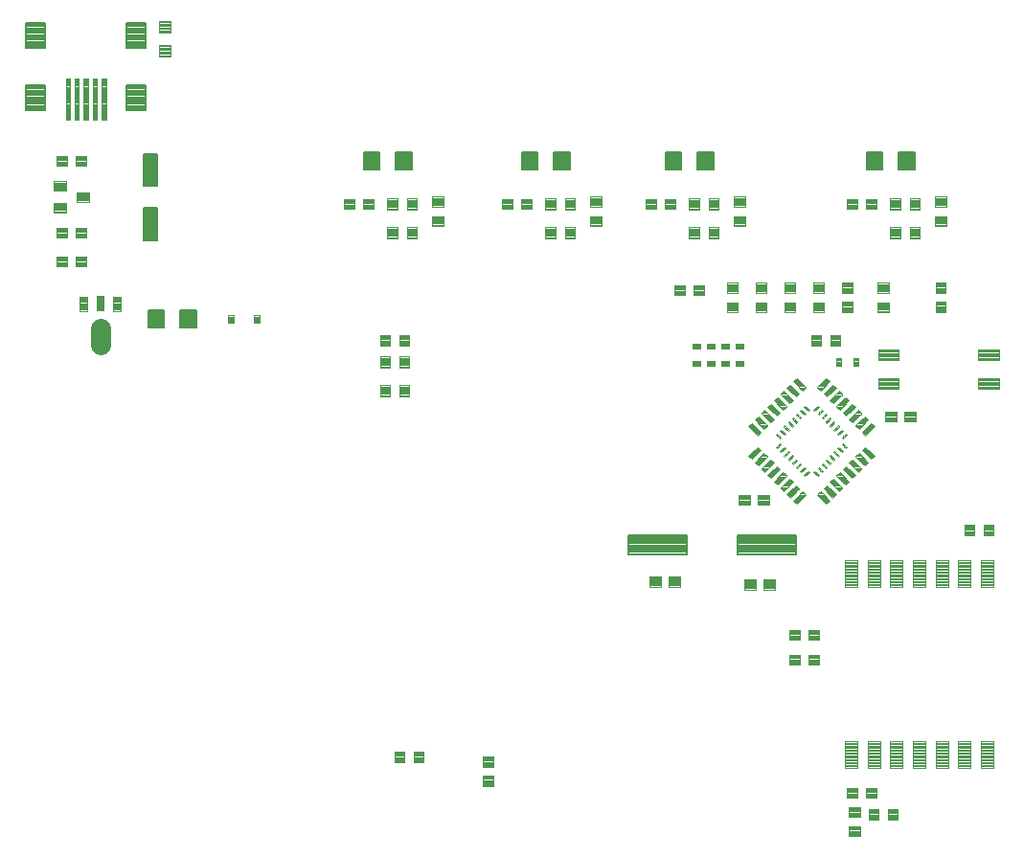
<source format=gtp>
G75*
%MOIN*%
%OFA0B0*%
%FSLAX25Y25*%
%IPPOS*%
%LPD*%
%AMOC8*
5,1,8,0,0,1.08239X$1,22.5*
%
%ADD10C,0.00374*%
%ADD11C,0.00610*%
%ADD12C,0.00370*%
%ADD13C,0.00365*%
%ADD14C,0.00531*%
%ADD15C,0.00452*%
%ADD16C,0.00354*%
%ADD17C,0.00767*%
%ADD18C,0.07087*%
%ADD19C,0.00383*%
%ADD20R,0.03000X0.05250*%
%ADD21C,0.00740*%
%ADD22C,0.00360*%
%ADD23C,0.00491*%
%ADD24C,0.00480*%
%ADD25C,0.00413*%
%ADD26C,0.00368*%
D10*
X0166973Y0130560D02*
X0170335Y0130560D01*
X0166973Y0130560D02*
X0166973Y0134316D01*
X0170335Y0134316D01*
X0170335Y0130560D01*
X0170335Y0130933D02*
X0166973Y0130933D01*
X0166973Y0131306D02*
X0170335Y0131306D01*
X0170335Y0131679D02*
X0166973Y0131679D01*
X0166973Y0132052D02*
X0170335Y0132052D01*
X0170335Y0132425D02*
X0166973Y0132425D01*
X0166973Y0132798D02*
X0170335Y0132798D01*
X0170335Y0133171D02*
X0166973Y0133171D01*
X0166973Y0133544D02*
X0170335Y0133544D01*
X0170335Y0133917D02*
X0166973Y0133917D01*
X0166973Y0134290D02*
X0170335Y0134290D01*
X0173665Y0130560D02*
X0177027Y0130560D01*
X0173665Y0130560D02*
X0173665Y0134316D01*
X0177027Y0134316D01*
X0177027Y0130560D01*
X0177027Y0130933D02*
X0173665Y0130933D01*
X0173665Y0131306D02*
X0177027Y0131306D01*
X0177027Y0131679D02*
X0173665Y0131679D01*
X0173665Y0132052D02*
X0177027Y0132052D01*
X0177027Y0132425D02*
X0173665Y0132425D01*
X0173665Y0132798D02*
X0177027Y0132798D01*
X0177027Y0133171D02*
X0173665Y0133171D01*
X0173665Y0133544D02*
X0177027Y0133544D01*
X0177027Y0133917D02*
X0173665Y0133917D01*
X0173665Y0134290D02*
X0177027Y0134290D01*
X0197819Y0132662D02*
X0197819Y0128906D01*
X0197819Y0132662D02*
X0201181Y0132662D01*
X0201181Y0128906D01*
X0197819Y0128906D01*
X0197819Y0129279D02*
X0201181Y0129279D01*
X0201181Y0129652D02*
X0197819Y0129652D01*
X0197819Y0130025D02*
X0201181Y0130025D01*
X0201181Y0130398D02*
X0197819Y0130398D01*
X0197819Y0130771D02*
X0201181Y0130771D01*
X0201181Y0131144D02*
X0197819Y0131144D01*
X0197819Y0131517D02*
X0201181Y0131517D01*
X0201181Y0131890D02*
X0197819Y0131890D01*
X0197819Y0132263D02*
X0201181Y0132263D01*
X0201181Y0132636D02*
X0197819Y0132636D01*
X0197819Y0125969D02*
X0197819Y0122213D01*
X0197819Y0125969D02*
X0201181Y0125969D01*
X0201181Y0122213D01*
X0197819Y0122213D01*
X0197819Y0122586D02*
X0201181Y0122586D01*
X0201181Y0122959D02*
X0197819Y0122959D01*
X0197819Y0123332D02*
X0201181Y0123332D01*
X0201181Y0123705D02*
X0197819Y0123705D01*
X0197819Y0124078D02*
X0201181Y0124078D01*
X0201181Y0124451D02*
X0197819Y0124451D01*
X0197819Y0124824D02*
X0201181Y0124824D01*
X0201181Y0125197D02*
X0197819Y0125197D01*
X0197819Y0125570D02*
X0201181Y0125570D01*
X0201181Y0125943D02*
X0197819Y0125943D01*
X0255776Y0191757D02*
X0259532Y0191757D01*
X0255776Y0191757D02*
X0255776Y0195119D01*
X0259532Y0195119D01*
X0259532Y0191757D01*
X0259532Y0192130D02*
X0255776Y0192130D01*
X0255776Y0192503D02*
X0259532Y0192503D01*
X0259532Y0192876D02*
X0255776Y0192876D01*
X0255776Y0193249D02*
X0259532Y0193249D01*
X0259532Y0193622D02*
X0255776Y0193622D01*
X0255776Y0193995D02*
X0259532Y0193995D01*
X0259532Y0194368D02*
X0255776Y0194368D01*
X0255776Y0194741D02*
X0259532Y0194741D01*
X0259532Y0195114D02*
X0255776Y0195114D01*
X0262468Y0191757D02*
X0266224Y0191757D01*
X0262468Y0191757D02*
X0262468Y0195119D01*
X0266224Y0195119D01*
X0266224Y0191757D01*
X0266224Y0192130D02*
X0262468Y0192130D01*
X0262468Y0192503D02*
X0266224Y0192503D01*
X0266224Y0192876D02*
X0262468Y0192876D01*
X0262468Y0193249D02*
X0266224Y0193249D01*
X0266224Y0193622D02*
X0262468Y0193622D01*
X0262468Y0193995D02*
X0266224Y0193995D01*
X0266224Y0194368D02*
X0262468Y0194368D01*
X0262468Y0194741D02*
X0266224Y0194741D01*
X0266224Y0195114D02*
X0262468Y0195114D01*
X0288776Y0194119D02*
X0292532Y0194119D01*
X0292532Y0190757D01*
X0288776Y0190757D01*
X0288776Y0194119D01*
X0288776Y0191130D02*
X0292532Y0191130D01*
X0292532Y0191503D02*
X0288776Y0191503D01*
X0288776Y0191876D02*
X0292532Y0191876D01*
X0292532Y0192249D02*
X0288776Y0192249D01*
X0288776Y0192622D02*
X0292532Y0192622D01*
X0292532Y0192995D02*
X0288776Y0192995D01*
X0288776Y0193368D02*
X0292532Y0193368D01*
X0292532Y0193741D02*
X0288776Y0193741D01*
X0288776Y0194114D02*
X0292532Y0194114D01*
X0295468Y0194119D02*
X0299224Y0194119D01*
X0299224Y0190757D01*
X0295468Y0190757D01*
X0295468Y0194119D01*
X0295468Y0191130D02*
X0299224Y0191130D01*
X0299224Y0191503D02*
X0295468Y0191503D01*
X0295468Y0191876D02*
X0299224Y0191876D01*
X0299224Y0192249D02*
X0295468Y0192249D01*
X0295468Y0192622D02*
X0299224Y0192622D01*
X0299224Y0192995D02*
X0295468Y0192995D01*
X0295468Y0193368D02*
X0299224Y0193368D01*
X0299224Y0193741D02*
X0295468Y0193741D01*
X0295468Y0194114D02*
X0299224Y0194114D01*
X0304276Y0176619D02*
X0308032Y0176619D01*
X0308032Y0173257D01*
X0304276Y0173257D01*
X0304276Y0176619D01*
X0304276Y0173630D02*
X0308032Y0173630D01*
X0308032Y0174003D02*
X0304276Y0174003D01*
X0304276Y0174376D02*
X0308032Y0174376D01*
X0308032Y0174749D02*
X0304276Y0174749D01*
X0304276Y0175122D02*
X0308032Y0175122D01*
X0308032Y0175495D02*
X0304276Y0175495D01*
X0304276Y0175868D02*
X0308032Y0175868D01*
X0308032Y0176241D02*
X0304276Y0176241D01*
X0304276Y0176614D02*
X0308032Y0176614D01*
X0310968Y0176619D02*
X0314724Y0176619D01*
X0314724Y0173257D01*
X0310968Y0173257D01*
X0310968Y0176619D01*
X0310968Y0173630D02*
X0314724Y0173630D01*
X0314724Y0174003D02*
X0310968Y0174003D01*
X0310968Y0174376D02*
X0314724Y0174376D01*
X0314724Y0174749D02*
X0310968Y0174749D01*
X0310968Y0175122D02*
X0314724Y0175122D01*
X0314724Y0175495D02*
X0310968Y0175495D01*
X0310968Y0175868D02*
X0314724Y0175868D01*
X0314724Y0176241D02*
X0310968Y0176241D01*
X0310968Y0176614D02*
X0314724Y0176614D01*
X0314646Y0167938D02*
X0310890Y0167938D01*
X0314646Y0167938D02*
X0314646Y0164576D01*
X0310890Y0164576D01*
X0310890Y0167938D01*
X0310890Y0164949D02*
X0314646Y0164949D01*
X0314646Y0165322D02*
X0310890Y0165322D01*
X0310890Y0165695D02*
X0314646Y0165695D01*
X0314646Y0166068D02*
X0310890Y0166068D01*
X0310890Y0166441D02*
X0314646Y0166441D01*
X0314646Y0166814D02*
X0310890Y0166814D01*
X0310890Y0167187D02*
X0314646Y0167187D01*
X0314646Y0167560D02*
X0310890Y0167560D01*
X0310890Y0167933D02*
X0314646Y0167933D01*
X0307953Y0167938D02*
X0304197Y0167938D01*
X0307953Y0167938D02*
X0307953Y0164576D01*
X0304197Y0164576D01*
X0304197Y0167938D01*
X0304197Y0164949D02*
X0307953Y0164949D01*
X0307953Y0165322D02*
X0304197Y0165322D01*
X0304197Y0165695D02*
X0307953Y0165695D01*
X0307953Y0166068D02*
X0304197Y0166068D01*
X0304197Y0166441D02*
X0307953Y0166441D01*
X0307953Y0166814D02*
X0304197Y0166814D01*
X0304197Y0167187D02*
X0307953Y0167187D01*
X0307953Y0167560D02*
X0304197Y0167560D01*
X0304197Y0167933D02*
X0307953Y0167933D01*
X0365417Y0213371D02*
X0368779Y0213371D01*
X0368779Y0209615D01*
X0365417Y0209615D01*
X0365417Y0213371D01*
X0365417Y0209988D02*
X0368779Y0209988D01*
X0368779Y0210361D02*
X0365417Y0210361D01*
X0365417Y0210734D02*
X0368779Y0210734D01*
X0368779Y0211107D02*
X0365417Y0211107D01*
X0365417Y0211480D02*
X0368779Y0211480D01*
X0368779Y0211853D02*
X0365417Y0211853D01*
X0365417Y0212226D02*
X0368779Y0212226D01*
X0368779Y0212599D02*
X0365417Y0212599D01*
X0365417Y0212972D02*
X0368779Y0212972D01*
X0368779Y0213345D02*
X0365417Y0213345D01*
X0372110Y0213371D02*
X0375472Y0213371D01*
X0375472Y0209615D01*
X0372110Y0209615D01*
X0372110Y0213371D01*
X0372110Y0209988D02*
X0375472Y0209988D01*
X0375472Y0210361D02*
X0372110Y0210361D01*
X0372110Y0210734D02*
X0375472Y0210734D01*
X0375472Y0211107D02*
X0372110Y0211107D01*
X0372110Y0211480D02*
X0375472Y0211480D01*
X0375472Y0211853D02*
X0372110Y0211853D01*
X0372110Y0212226D02*
X0375472Y0212226D01*
X0375472Y0212599D02*
X0372110Y0212599D01*
X0372110Y0212972D02*
X0375472Y0212972D01*
X0375472Y0213345D02*
X0372110Y0213345D01*
X0348224Y0249257D02*
X0344468Y0249257D01*
X0344468Y0252619D01*
X0348224Y0252619D01*
X0348224Y0249257D01*
X0348224Y0249630D02*
X0344468Y0249630D01*
X0344468Y0250003D02*
X0348224Y0250003D01*
X0348224Y0250376D02*
X0344468Y0250376D01*
X0344468Y0250749D02*
X0348224Y0250749D01*
X0348224Y0251122D02*
X0344468Y0251122D01*
X0344468Y0251495D02*
X0348224Y0251495D01*
X0348224Y0251868D02*
X0344468Y0251868D01*
X0344468Y0252241D02*
X0348224Y0252241D01*
X0348224Y0252614D02*
X0344468Y0252614D01*
X0341532Y0249257D02*
X0337776Y0249257D01*
X0337776Y0252619D01*
X0341532Y0252619D01*
X0341532Y0249257D01*
X0341532Y0249630D02*
X0337776Y0249630D01*
X0337776Y0250003D02*
X0341532Y0250003D01*
X0341532Y0250376D02*
X0337776Y0250376D01*
X0337776Y0250749D02*
X0341532Y0250749D01*
X0341532Y0251122D02*
X0337776Y0251122D01*
X0337776Y0251495D02*
X0341532Y0251495D01*
X0341532Y0251868D02*
X0337776Y0251868D01*
X0337776Y0252241D02*
X0341532Y0252241D01*
X0341532Y0252614D02*
X0337776Y0252614D01*
X0322021Y0279316D02*
X0318659Y0279316D01*
X0322021Y0279316D02*
X0322021Y0275560D01*
X0318659Y0275560D01*
X0318659Y0279316D01*
X0318659Y0275933D02*
X0322021Y0275933D01*
X0322021Y0276306D02*
X0318659Y0276306D01*
X0318659Y0276679D02*
X0322021Y0276679D01*
X0322021Y0277052D02*
X0318659Y0277052D01*
X0318659Y0277425D02*
X0322021Y0277425D01*
X0322021Y0277798D02*
X0318659Y0277798D01*
X0318659Y0278171D02*
X0322021Y0278171D01*
X0322021Y0278544D02*
X0318659Y0278544D01*
X0318659Y0278917D02*
X0322021Y0278917D01*
X0322021Y0279290D02*
X0318659Y0279290D01*
X0315328Y0279316D02*
X0311966Y0279316D01*
X0315328Y0279316D02*
X0315328Y0275560D01*
X0311966Y0275560D01*
X0311966Y0279316D01*
X0311966Y0275933D02*
X0315328Y0275933D01*
X0315328Y0276306D02*
X0311966Y0276306D01*
X0311966Y0276679D02*
X0315328Y0276679D01*
X0315328Y0277052D02*
X0311966Y0277052D01*
X0311966Y0277425D02*
X0315328Y0277425D01*
X0315328Y0277798D02*
X0311966Y0277798D01*
X0311966Y0278171D02*
X0315328Y0278171D01*
X0315328Y0278544D02*
X0311966Y0278544D01*
X0311966Y0278917D02*
X0315328Y0278917D01*
X0315328Y0279290D02*
X0311966Y0279290D01*
X0312622Y0287417D02*
X0312622Y0290779D01*
X0316378Y0290779D01*
X0316378Y0287417D01*
X0312622Y0287417D01*
X0312622Y0287790D02*
X0316378Y0287790D01*
X0316378Y0288163D02*
X0312622Y0288163D01*
X0312622Y0288536D02*
X0316378Y0288536D01*
X0316378Y0288909D02*
X0312622Y0288909D01*
X0312622Y0289282D02*
X0316378Y0289282D01*
X0316378Y0289655D02*
X0312622Y0289655D01*
X0312622Y0290028D02*
X0316378Y0290028D01*
X0316378Y0290401D02*
X0312622Y0290401D01*
X0312622Y0290774D02*
X0316378Y0290774D01*
X0312622Y0294109D02*
X0312622Y0297471D01*
X0316378Y0297471D01*
X0316378Y0294109D01*
X0312622Y0294109D01*
X0312622Y0294482D02*
X0316378Y0294482D01*
X0316378Y0294855D02*
X0312622Y0294855D01*
X0312622Y0295228D02*
X0316378Y0295228D01*
X0316378Y0295601D02*
X0312622Y0295601D01*
X0312622Y0295974D02*
X0316378Y0295974D01*
X0316378Y0296347D02*
X0312622Y0296347D01*
X0312622Y0296720D02*
X0316378Y0296720D01*
X0316378Y0297093D02*
X0312622Y0297093D01*
X0312622Y0297466D02*
X0316378Y0297466D01*
X0326181Y0297668D02*
X0326181Y0293912D01*
X0322819Y0293912D01*
X0322819Y0297668D01*
X0326181Y0297668D01*
X0326181Y0294285D02*
X0322819Y0294285D01*
X0322819Y0294658D02*
X0326181Y0294658D01*
X0326181Y0295031D02*
X0322819Y0295031D01*
X0322819Y0295404D02*
X0326181Y0295404D01*
X0326181Y0295777D02*
X0322819Y0295777D01*
X0322819Y0296150D02*
X0326181Y0296150D01*
X0326181Y0296523D02*
X0322819Y0296523D01*
X0322819Y0296896D02*
X0326181Y0296896D01*
X0326181Y0297269D02*
X0322819Y0297269D01*
X0322819Y0297642D02*
X0326181Y0297642D01*
X0326181Y0290976D02*
X0326181Y0287220D01*
X0322819Y0287220D01*
X0322819Y0290976D01*
X0326181Y0290976D01*
X0326181Y0287593D02*
X0322819Y0287593D01*
X0322819Y0287966D02*
X0326181Y0287966D01*
X0326181Y0288339D02*
X0322819Y0288339D01*
X0322819Y0288712D02*
X0326181Y0288712D01*
X0326181Y0289085D02*
X0322819Y0289085D01*
X0322819Y0289458D02*
X0326181Y0289458D01*
X0326181Y0289831D02*
X0322819Y0289831D01*
X0322819Y0290204D02*
X0326181Y0290204D01*
X0326181Y0290577D02*
X0322819Y0290577D01*
X0322819Y0290950D02*
X0326181Y0290950D01*
X0338878Y0290772D02*
X0338878Y0287410D01*
X0335122Y0287410D01*
X0335122Y0290772D01*
X0338878Y0290772D01*
X0338878Y0287783D02*
X0335122Y0287783D01*
X0335122Y0288156D02*
X0338878Y0288156D01*
X0338878Y0288529D02*
X0335122Y0288529D01*
X0335122Y0288902D02*
X0338878Y0288902D01*
X0338878Y0289275D02*
X0335122Y0289275D01*
X0335122Y0289648D02*
X0338878Y0289648D01*
X0338878Y0290021D02*
X0335122Y0290021D01*
X0335122Y0290394D02*
X0338878Y0290394D01*
X0338878Y0290767D02*
X0335122Y0290767D01*
X0338878Y0294103D02*
X0338878Y0297465D01*
X0338878Y0294103D02*
X0335122Y0294103D01*
X0335122Y0297465D01*
X0338878Y0297465D01*
X0338878Y0294476D02*
X0335122Y0294476D01*
X0335122Y0294849D02*
X0338878Y0294849D01*
X0338878Y0295222D02*
X0335122Y0295222D01*
X0335122Y0295595D02*
X0338878Y0295595D01*
X0338878Y0295968D02*
X0335122Y0295968D01*
X0335122Y0296341D02*
X0338878Y0296341D01*
X0338878Y0296714D02*
X0335122Y0296714D01*
X0335122Y0297087D02*
X0338878Y0297087D01*
X0338878Y0297460D02*
X0335122Y0297460D01*
X0358681Y0297662D02*
X0358681Y0293906D01*
X0355319Y0293906D01*
X0355319Y0297662D01*
X0358681Y0297662D01*
X0358681Y0294279D02*
X0355319Y0294279D01*
X0355319Y0294652D02*
X0358681Y0294652D01*
X0358681Y0295025D02*
X0355319Y0295025D01*
X0355319Y0295398D02*
X0358681Y0295398D01*
X0358681Y0295771D02*
X0355319Y0295771D01*
X0355319Y0296144D02*
X0358681Y0296144D01*
X0358681Y0296517D02*
X0355319Y0296517D01*
X0355319Y0296890D02*
X0358681Y0296890D01*
X0358681Y0297263D02*
X0355319Y0297263D01*
X0355319Y0297636D02*
X0358681Y0297636D01*
X0358681Y0290969D02*
X0358681Y0287213D01*
X0355319Y0287213D01*
X0355319Y0290969D01*
X0358681Y0290969D01*
X0358681Y0287586D02*
X0355319Y0287586D01*
X0355319Y0287959D02*
X0358681Y0287959D01*
X0358681Y0288332D02*
X0355319Y0288332D01*
X0355319Y0288705D02*
X0358681Y0288705D01*
X0358681Y0289078D02*
X0355319Y0289078D01*
X0355319Y0289451D02*
X0358681Y0289451D01*
X0358681Y0289824D02*
X0355319Y0289824D01*
X0355319Y0290197D02*
X0358681Y0290197D01*
X0358681Y0290570D02*
X0355319Y0290570D01*
X0355319Y0290943D02*
X0358681Y0290943D01*
X0349527Y0316822D02*
X0346165Y0316822D01*
X0349527Y0316822D02*
X0349527Y0313066D01*
X0346165Y0313066D01*
X0346165Y0316822D01*
X0346165Y0313439D02*
X0349527Y0313439D01*
X0349527Y0313812D02*
X0346165Y0313812D01*
X0346165Y0314185D02*
X0349527Y0314185D01*
X0349527Y0314558D02*
X0346165Y0314558D01*
X0346165Y0314931D02*
X0349527Y0314931D01*
X0349527Y0315304D02*
X0346165Y0315304D01*
X0346165Y0315677D02*
X0349527Y0315677D01*
X0349527Y0316050D02*
X0346165Y0316050D01*
X0346165Y0316423D02*
X0349527Y0316423D01*
X0349527Y0316796D02*
X0346165Y0316796D01*
X0342835Y0316822D02*
X0339473Y0316822D01*
X0342835Y0316822D02*
X0342835Y0313066D01*
X0339473Y0313066D01*
X0339473Y0316822D01*
X0339473Y0313439D02*
X0342835Y0313439D01*
X0342835Y0313812D02*
X0339473Y0313812D01*
X0339473Y0314185D02*
X0342835Y0314185D01*
X0342835Y0314558D02*
X0339473Y0314558D01*
X0339473Y0314931D02*
X0342835Y0314931D01*
X0342835Y0315304D02*
X0339473Y0315304D01*
X0339473Y0315677D02*
X0342835Y0315677D01*
X0342835Y0316050D02*
X0339473Y0316050D01*
X0339473Y0316423D02*
X0342835Y0316423D01*
X0342835Y0316796D02*
X0339473Y0316796D01*
X0339473Y0326822D02*
X0342835Y0326822D01*
X0342835Y0323066D01*
X0339473Y0323066D01*
X0339473Y0326822D01*
X0339473Y0323439D02*
X0342835Y0323439D01*
X0342835Y0323812D02*
X0339473Y0323812D01*
X0339473Y0324185D02*
X0342835Y0324185D01*
X0342835Y0324558D02*
X0339473Y0324558D01*
X0339473Y0324931D02*
X0342835Y0324931D01*
X0342835Y0325304D02*
X0339473Y0325304D01*
X0339473Y0325677D02*
X0342835Y0325677D01*
X0342835Y0326050D02*
X0339473Y0326050D01*
X0339473Y0326423D02*
X0342835Y0326423D01*
X0342835Y0326796D02*
X0339473Y0326796D01*
X0334724Y0323263D02*
X0330968Y0323263D01*
X0330968Y0326625D01*
X0334724Y0326625D01*
X0334724Y0323263D01*
X0334724Y0323636D02*
X0330968Y0323636D01*
X0330968Y0324009D02*
X0334724Y0324009D01*
X0334724Y0324382D02*
X0330968Y0324382D01*
X0330968Y0324755D02*
X0334724Y0324755D01*
X0334724Y0325128D02*
X0330968Y0325128D01*
X0330968Y0325501D02*
X0334724Y0325501D01*
X0334724Y0325874D02*
X0330968Y0325874D01*
X0330968Y0326247D02*
X0334724Y0326247D01*
X0334724Y0326620D02*
X0330968Y0326620D01*
X0328032Y0323263D02*
X0324276Y0323263D01*
X0324276Y0326625D01*
X0328032Y0326625D01*
X0328032Y0323263D01*
X0328032Y0323636D02*
X0324276Y0323636D01*
X0324276Y0324009D02*
X0328032Y0324009D01*
X0328032Y0324382D02*
X0324276Y0324382D01*
X0324276Y0324755D02*
X0328032Y0324755D01*
X0328032Y0325128D02*
X0324276Y0325128D01*
X0324276Y0325501D02*
X0328032Y0325501D01*
X0328032Y0325874D02*
X0324276Y0325874D01*
X0324276Y0326247D02*
X0328032Y0326247D01*
X0328032Y0326620D02*
X0324276Y0326620D01*
X0346165Y0326822D02*
X0349527Y0326822D01*
X0349527Y0323066D01*
X0346165Y0323066D01*
X0346165Y0326822D01*
X0346165Y0323439D02*
X0349527Y0323439D01*
X0349527Y0323812D02*
X0346165Y0323812D01*
X0346165Y0324185D02*
X0349527Y0324185D01*
X0349527Y0324558D02*
X0346165Y0324558D01*
X0346165Y0324931D02*
X0349527Y0324931D01*
X0349527Y0325304D02*
X0346165Y0325304D01*
X0346165Y0325677D02*
X0349527Y0325677D01*
X0349527Y0326050D02*
X0346165Y0326050D01*
X0346165Y0326423D02*
X0349527Y0326423D01*
X0349527Y0326796D02*
X0346165Y0326796D01*
X0355122Y0327465D02*
X0355122Y0324103D01*
X0355122Y0327465D02*
X0358878Y0327465D01*
X0358878Y0324103D01*
X0355122Y0324103D01*
X0355122Y0324476D02*
X0358878Y0324476D01*
X0358878Y0324849D02*
X0355122Y0324849D01*
X0355122Y0325222D02*
X0358878Y0325222D01*
X0358878Y0325595D02*
X0355122Y0325595D01*
X0355122Y0325968D02*
X0358878Y0325968D01*
X0358878Y0326341D02*
X0355122Y0326341D01*
X0355122Y0326714D02*
X0358878Y0326714D01*
X0358878Y0327087D02*
X0355122Y0327087D01*
X0355122Y0327460D02*
X0358878Y0327460D01*
X0355122Y0320772D02*
X0355122Y0317410D01*
X0355122Y0320772D02*
X0358878Y0320772D01*
X0358878Y0317410D01*
X0355122Y0317410D01*
X0355122Y0317783D02*
X0358878Y0317783D01*
X0358878Y0318156D02*
X0355122Y0318156D01*
X0355122Y0318529D02*
X0358878Y0318529D01*
X0358878Y0318902D02*
X0355122Y0318902D01*
X0355122Y0319275D02*
X0358878Y0319275D01*
X0358878Y0319648D02*
X0355122Y0319648D01*
X0355122Y0320021D02*
X0358878Y0320021D01*
X0358878Y0320394D02*
X0355122Y0320394D01*
X0355122Y0320767D02*
X0358878Y0320767D01*
X0306378Y0297471D02*
X0306378Y0294109D01*
X0302622Y0294109D01*
X0302622Y0297471D01*
X0306378Y0297471D01*
X0306378Y0294482D02*
X0302622Y0294482D01*
X0302622Y0294855D02*
X0306378Y0294855D01*
X0306378Y0295228D02*
X0302622Y0295228D01*
X0302622Y0295601D02*
X0306378Y0295601D01*
X0306378Y0295974D02*
X0302622Y0295974D01*
X0302622Y0296347D02*
X0306378Y0296347D01*
X0306378Y0296720D02*
X0302622Y0296720D01*
X0302622Y0297093D02*
X0306378Y0297093D01*
X0306378Y0297466D02*
X0302622Y0297466D01*
X0296378Y0297471D02*
X0296378Y0294109D01*
X0292622Y0294109D01*
X0292622Y0297471D01*
X0296378Y0297471D01*
X0296378Y0294482D02*
X0292622Y0294482D01*
X0292622Y0294855D02*
X0296378Y0294855D01*
X0296378Y0295228D02*
X0292622Y0295228D01*
X0292622Y0295601D02*
X0296378Y0295601D01*
X0296378Y0295974D02*
X0292622Y0295974D01*
X0292622Y0296347D02*
X0296378Y0296347D01*
X0296378Y0296720D02*
X0292622Y0296720D01*
X0292622Y0297093D02*
X0296378Y0297093D01*
X0296378Y0297466D02*
X0292622Y0297466D01*
X0282622Y0297471D02*
X0282622Y0294109D01*
X0282622Y0297471D02*
X0286378Y0297471D01*
X0286378Y0294109D01*
X0282622Y0294109D01*
X0282622Y0294482D02*
X0286378Y0294482D01*
X0286378Y0294855D02*
X0282622Y0294855D01*
X0282622Y0295228D02*
X0286378Y0295228D01*
X0286378Y0295601D02*
X0282622Y0295601D01*
X0282622Y0295974D02*
X0286378Y0295974D01*
X0286378Y0296347D02*
X0282622Y0296347D01*
X0282622Y0296720D02*
X0286378Y0296720D01*
X0286378Y0297093D02*
X0282622Y0297093D01*
X0282622Y0297466D02*
X0286378Y0297466D01*
X0282622Y0290779D02*
X0282622Y0287417D01*
X0282622Y0290779D02*
X0286378Y0290779D01*
X0286378Y0287417D01*
X0282622Y0287417D01*
X0282622Y0287790D02*
X0286378Y0287790D01*
X0286378Y0288163D02*
X0282622Y0288163D01*
X0282622Y0288536D02*
X0286378Y0288536D01*
X0286378Y0288909D02*
X0282622Y0288909D01*
X0282622Y0289282D02*
X0286378Y0289282D01*
X0286378Y0289655D02*
X0282622Y0289655D01*
X0282622Y0290028D02*
X0286378Y0290028D01*
X0286378Y0290401D02*
X0282622Y0290401D01*
X0282622Y0290774D02*
X0286378Y0290774D01*
X0296378Y0290779D02*
X0296378Y0287417D01*
X0292622Y0287417D01*
X0292622Y0290779D01*
X0296378Y0290779D01*
X0296378Y0287790D02*
X0292622Y0287790D01*
X0292622Y0288163D02*
X0296378Y0288163D01*
X0296378Y0288536D02*
X0292622Y0288536D01*
X0292622Y0288909D02*
X0296378Y0288909D01*
X0296378Y0289282D02*
X0292622Y0289282D01*
X0292622Y0289655D02*
X0296378Y0289655D01*
X0296378Y0290028D02*
X0292622Y0290028D01*
X0292622Y0290401D02*
X0296378Y0290401D01*
X0296378Y0290774D02*
X0292622Y0290774D01*
X0306378Y0290779D02*
X0306378Y0287417D01*
X0302622Y0287417D01*
X0302622Y0290779D01*
X0306378Y0290779D01*
X0306378Y0287790D02*
X0302622Y0287790D01*
X0302622Y0288163D02*
X0306378Y0288163D01*
X0306378Y0288536D02*
X0302622Y0288536D01*
X0302622Y0288909D02*
X0306378Y0288909D01*
X0306378Y0289282D02*
X0302622Y0289282D01*
X0302622Y0289655D02*
X0306378Y0289655D01*
X0306378Y0290028D02*
X0302622Y0290028D01*
X0302622Y0290401D02*
X0306378Y0290401D01*
X0306378Y0290774D02*
X0302622Y0290774D01*
X0274724Y0296625D02*
X0270968Y0296625D01*
X0274724Y0296625D02*
X0274724Y0293263D01*
X0270968Y0293263D01*
X0270968Y0296625D01*
X0270968Y0293636D02*
X0274724Y0293636D01*
X0274724Y0294009D02*
X0270968Y0294009D01*
X0270968Y0294382D02*
X0274724Y0294382D01*
X0274724Y0294755D02*
X0270968Y0294755D01*
X0270968Y0295128D02*
X0274724Y0295128D01*
X0274724Y0295501D02*
X0270968Y0295501D01*
X0270968Y0295874D02*
X0274724Y0295874D01*
X0274724Y0296247D02*
X0270968Y0296247D01*
X0270968Y0296620D02*
X0274724Y0296620D01*
X0268032Y0296625D02*
X0264276Y0296625D01*
X0268032Y0296625D02*
X0268032Y0293263D01*
X0264276Y0293263D01*
X0264276Y0296625D01*
X0264276Y0293636D02*
X0268032Y0293636D01*
X0268032Y0294009D02*
X0264276Y0294009D01*
X0264276Y0294382D02*
X0268032Y0294382D01*
X0268032Y0294755D02*
X0264276Y0294755D01*
X0264276Y0295128D02*
X0268032Y0295128D01*
X0268032Y0295501D02*
X0264276Y0295501D01*
X0264276Y0295874D02*
X0268032Y0295874D01*
X0268032Y0296247D02*
X0264276Y0296247D01*
X0264276Y0296620D02*
X0268032Y0296620D01*
X0269473Y0316822D02*
X0272835Y0316822D01*
X0272835Y0313066D01*
X0269473Y0313066D01*
X0269473Y0316822D01*
X0269473Y0313439D02*
X0272835Y0313439D01*
X0272835Y0313812D02*
X0269473Y0313812D01*
X0269473Y0314185D02*
X0272835Y0314185D01*
X0272835Y0314558D02*
X0269473Y0314558D01*
X0269473Y0314931D02*
X0272835Y0314931D01*
X0272835Y0315304D02*
X0269473Y0315304D01*
X0269473Y0315677D02*
X0272835Y0315677D01*
X0272835Y0316050D02*
X0269473Y0316050D01*
X0269473Y0316423D02*
X0272835Y0316423D01*
X0272835Y0316796D02*
X0269473Y0316796D01*
X0269473Y0326822D02*
X0272835Y0326822D01*
X0272835Y0323066D01*
X0269473Y0323066D01*
X0269473Y0326822D01*
X0269473Y0323439D02*
X0272835Y0323439D01*
X0272835Y0323812D02*
X0269473Y0323812D01*
X0269473Y0324185D02*
X0272835Y0324185D01*
X0272835Y0324558D02*
X0269473Y0324558D01*
X0269473Y0324931D02*
X0272835Y0324931D01*
X0272835Y0325304D02*
X0269473Y0325304D01*
X0269473Y0325677D02*
X0272835Y0325677D01*
X0272835Y0326050D02*
X0269473Y0326050D01*
X0269473Y0326423D02*
X0272835Y0326423D01*
X0272835Y0326796D02*
X0269473Y0326796D01*
X0264724Y0323263D02*
X0260968Y0323263D01*
X0260968Y0326625D01*
X0264724Y0326625D01*
X0264724Y0323263D01*
X0264724Y0323636D02*
X0260968Y0323636D01*
X0260968Y0324009D02*
X0264724Y0324009D01*
X0264724Y0324382D02*
X0260968Y0324382D01*
X0260968Y0324755D02*
X0264724Y0324755D01*
X0264724Y0325128D02*
X0260968Y0325128D01*
X0260968Y0325501D02*
X0264724Y0325501D01*
X0264724Y0325874D02*
X0260968Y0325874D01*
X0260968Y0326247D02*
X0264724Y0326247D01*
X0264724Y0326620D02*
X0260968Y0326620D01*
X0258032Y0323263D02*
X0254276Y0323263D01*
X0254276Y0326625D01*
X0258032Y0326625D01*
X0258032Y0323263D01*
X0258032Y0323636D02*
X0254276Y0323636D01*
X0254276Y0324009D02*
X0258032Y0324009D01*
X0258032Y0324382D02*
X0254276Y0324382D01*
X0254276Y0324755D02*
X0258032Y0324755D01*
X0258032Y0325128D02*
X0254276Y0325128D01*
X0254276Y0325501D02*
X0258032Y0325501D01*
X0258032Y0325874D02*
X0254276Y0325874D01*
X0254276Y0326247D02*
X0258032Y0326247D01*
X0258032Y0326620D02*
X0254276Y0326620D01*
X0235122Y0327465D02*
X0235122Y0324103D01*
X0235122Y0327465D02*
X0238878Y0327465D01*
X0238878Y0324103D01*
X0235122Y0324103D01*
X0235122Y0324476D02*
X0238878Y0324476D01*
X0238878Y0324849D02*
X0235122Y0324849D01*
X0235122Y0325222D02*
X0238878Y0325222D01*
X0238878Y0325595D02*
X0235122Y0325595D01*
X0235122Y0325968D02*
X0238878Y0325968D01*
X0238878Y0326341D02*
X0235122Y0326341D01*
X0235122Y0326714D02*
X0238878Y0326714D01*
X0238878Y0327087D02*
X0235122Y0327087D01*
X0235122Y0327460D02*
X0238878Y0327460D01*
X0235122Y0320772D02*
X0235122Y0317410D01*
X0235122Y0320772D02*
X0238878Y0320772D01*
X0238878Y0317410D01*
X0235122Y0317410D01*
X0235122Y0317783D02*
X0238878Y0317783D01*
X0238878Y0318156D02*
X0235122Y0318156D01*
X0235122Y0318529D02*
X0238878Y0318529D01*
X0238878Y0318902D02*
X0235122Y0318902D01*
X0235122Y0319275D02*
X0238878Y0319275D01*
X0238878Y0319648D02*
X0235122Y0319648D01*
X0235122Y0320021D02*
X0238878Y0320021D01*
X0238878Y0320394D02*
X0235122Y0320394D01*
X0235122Y0320767D02*
X0238878Y0320767D01*
X0229527Y0326822D02*
X0226165Y0326822D01*
X0229527Y0326822D02*
X0229527Y0323066D01*
X0226165Y0323066D01*
X0226165Y0326822D01*
X0226165Y0323439D02*
X0229527Y0323439D01*
X0229527Y0323812D02*
X0226165Y0323812D01*
X0226165Y0324185D02*
X0229527Y0324185D01*
X0229527Y0324558D02*
X0226165Y0324558D01*
X0226165Y0324931D02*
X0229527Y0324931D01*
X0229527Y0325304D02*
X0226165Y0325304D01*
X0226165Y0325677D02*
X0229527Y0325677D01*
X0229527Y0326050D02*
X0226165Y0326050D01*
X0226165Y0326423D02*
X0229527Y0326423D01*
X0229527Y0326796D02*
X0226165Y0326796D01*
X0222835Y0326822D02*
X0219473Y0326822D01*
X0222835Y0326822D02*
X0222835Y0323066D01*
X0219473Y0323066D01*
X0219473Y0326822D01*
X0219473Y0323439D02*
X0222835Y0323439D01*
X0222835Y0323812D02*
X0219473Y0323812D01*
X0219473Y0324185D02*
X0222835Y0324185D01*
X0222835Y0324558D02*
X0219473Y0324558D01*
X0219473Y0324931D02*
X0222835Y0324931D01*
X0222835Y0325304D02*
X0219473Y0325304D01*
X0219473Y0325677D02*
X0222835Y0325677D01*
X0222835Y0326050D02*
X0219473Y0326050D01*
X0219473Y0326423D02*
X0222835Y0326423D01*
X0222835Y0326796D02*
X0219473Y0326796D01*
X0214724Y0323263D02*
X0210968Y0323263D01*
X0210968Y0326625D01*
X0214724Y0326625D01*
X0214724Y0323263D01*
X0214724Y0323636D02*
X0210968Y0323636D01*
X0210968Y0324009D02*
X0214724Y0324009D01*
X0214724Y0324382D02*
X0210968Y0324382D01*
X0210968Y0324755D02*
X0214724Y0324755D01*
X0214724Y0325128D02*
X0210968Y0325128D01*
X0210968Y0325501D02*
X0214724Y0325501D01*
X0214724Y0325874D02*
X0210968Y0325874D01*
X0210968Y0326247D02*
X0214724Y0326247D01*
X0214724Y0326620D02*
X0210968Y0326620D01*
X0208032Y0323263D02*
X0204276Y0323263D01*
X0204276Y0326625D01*
X0208032Y0326625D01*
X0208032Y0323263D01*
X0208032Y0323636D02*
X0204276Y0323636D01*
X0204276Y0324009D02*
X0208032Y0324009D01*
X0208032Y0324382D02*
X0204276Y0324382D01*
X0204276Y0324755D02*
X0208032Y0324755D01*
X0208032Y0325128D02*
X0204276Y0325128D01*
X0204276Y0325501D02*
X0208032Y0325501D01*
X0208032Y0325874D02*
X0204276Y0325874D01*
X0204276Y0326247D02*
X0208032Y0326247D01*
X0208032Y0326620D02*
X0204276Y0326620D01*
X0219473Y0316822D02*
X0222835Y0316822D01*
X0222835Y0313066D01*
X0219473Y0313066D01*
X0219473Y0316822D01*
X0219473Y0313439D02*
X0222835Y0313439D01*
X0222835Y0313812D02*
X0219473Y0313812D01*
X0219473Y0314185D02*
X0222835Y0314185D01*
X0222835Y0314558D02*
X0219473Y0314558D01*
X0219473Y0314931D02*
X0222835Y0314931D01*
X0222835Y0315304D02*
X0219473Y0315304D01*
X0219473Y0315677D02*
X0222835Y0315677D01*
X0222835Y0316050D02*
X0219473Y0316050D01*
X0219473Y0316423D02*
X0222835Y0316423D01*
X0222835Y0316796D02*
X0219473Y0316796D01*
X0226165Y0316822D02*
X0229527Y0316822D01*
X0229527Y0313066D01*
X0226165Y0313066D01*
X0226165Y0316822D01*
X0226165Y0313439D02*
X0229527Y0313439D01*
X0229527Y0313812D02*
X0226165Y0313812D01*
X0226165Y0314185D02*
X0229527Y0314185D01*
X0229527Y0314558D02*
X0226165Y0314558D01*
X0226165Y0314931D02*
X0229527Y0314931D01*
X0229527Y0315304D02*
X0226165Y0315304D01*
X0226165Y0315677D02*
X0229527Y0315677D01*
X0229527Y0316050D02*
X0226165Y0316050D01*
X0226165Y0316423D02*
X0229527Y0316423D01*
X0229527Y0316796D02*
X0226165Y0316796D01*
X0180122Y0317410D02*
X0180122Y0320772D01*
X0183878Y0320772D01*
X0183878Y0317410D01*
X0180122Y0317410D01*
X0180122Y0317783D02*
X0183878Y0317783D01*
X0183878Y0318156D02*
X0180122Y0318156D01*
X0180122Y0318529D02*
X0183878Y0318529D01*
X0183878Y0318902D02*
X0180122Y0318902D01*
X0180122Y0319275D02*
X0183878Y0319275D01*
X0183878Y0319648D02*
X0180122Y0319648D01*
X0180122Y0320021D02*
X0183878Y0320021D01*
X0183878Y0320394D02*
X0180122Y0320394D01*
X0180122Y0320767D02*
X0183878Y0320767D01*
X0180122Y0324103D02*
X0180122Y0327465D01*
X0183878Y0327465D01*
X0183878Y0324103D01*
X0180122Y0324103D01*
X0180122Y0324476D02*
X0183878Y0324476D01*
X0183878Y0324849D02*
X0180122Y0324849D01*
X0180122Y0325222D02*
X0183878Y0325222D01*
X0183878Y0325595D02*
X0180122Y0325595D01*
X0180122Y0325968D02*
X0183878Y0325968D01*
X0183878Y0326341D02*
X0180122Y0326341D01*
X0180122Y0326714D02*
X0183878Y0326714D01*
X0183878Y0327087D02*
X0180122Y0327087D01*
X0180122Y0327460D02*
X0183878Y0327460D01*
X0174527Y0326822D02*
X0171165Y0326822D01*
X0174527Y0326822D02*
X0174527Y0323066D01*
X0171165Y0323066D01*
X0171165Y0326822D01*
X0171165Y0323439D02*
X0174527Y0323439D01*
X0174527Y0323812D02*
X0171165Y0323812D01*
X0171165Y0324185D02*
X0174527Y0324185D01*
X0174527Y0324558D02*
X0171165Y0324558D01*
X0171165Y0324931D02*
X0174527Y0324931D01*
X0174527Y0325304D02*
X0171165Y0325304D01*
X0171165Y0325677D02*
X0174527Y0325677D01*
X0174527Y0326050D02*
X0171165Y0326050D01*
X0171165Y0326423D02*
X0174527Y0326423D01*
X0174527Y0326796D02*
X0171165Y0326796D01*
X0167835Y0326822D02*
X0164473Y0326822D01*
X0167835Y0326822D02*
X0167835Y0323066D01*
X0164473Y0323066D01*
X0164473Y0326822D01*
X0164473Y0323439D02*
X0167835Y0323439D01*
X0167835Y0323812D02*
X0164473Y0323812D01*
X0164473Y0324185D02*
X0167835Y0324185D01*
X0167835Y0324558D02*
X0164473Y0324558D01*
X0164473Y0324931D02*
X0167835Y0324931D01*
X0167835Y0325304D02*
X0164473Y0325304D01*
X0164473Y0325677D02*
X0167835Y0325677D01*
X0167835Y0326050D02*
X0164473Y0326050D01*
X0164473Y0326423D02*
X0167835Y0326423D01*
X0167835Y0326796D02*
X0164473Y0326796D01*
X0159724Y0323263D02*
X0155968Y0323263D01*
X0155968Y0326625D01*
X0159724Y0326625D01*
X0159724Y0323263D01*
X0159724Y0323636D02*
X0155968Y0323636D01*
X0155968Y0324009D02*
X0159724Y0324009D01*
X0159724Y0324382D02*
X0155968Y0324382D01*
X0155968Y0324755D02*
X0159724Y0324755D01*
X0159724Y0325128D02*
X0155968Y0325128D01*
X0155968Y0325501D02*
X0159724Y0325501D01*
X0159724Y0325874D02*
X0155968Y0325874D01*
X0155968Y0326247D02*
X0159724Y0326247D01*
X0159724Y0326620D02*
X0155968Y0326620D01*
X0153032Y0323263D02*
X0149276Y0323263D01*
X0149276Y0326625D01*
X0153032Y0326625D01*
X0153032Y0323263D01*
X0153032Y0323636D02*
X0149276Y0323636D01*
X0149276Y0324009D02*
X0153032Y0324009D01*
X0153032Y0324382D02*
X0149276Y0324382D01*
X0149276Y0324755D02*
X0153032Y0324755D01*
X0153032Y0325128D02*
X0149276Y0325128D01*
X0149276Y0325501D02*
X0153032Y0325501D01*
X0153032Y0325874D02*
X0149276Y0325874D01*
X0149276Y0326247D02*
X0153032Y0326247D01*
X0153032Y0326620D02*
X0149276Y0326620D01*
X0164473Y0316822D02*
X0167835Y0316822D01*
X0167835Y0313066D01*
X0164473Y0313066D01*
X0164473Y0316822D01*
X0164473Y0313439D02*
X0167835Y0313439D01*
X0167835Y0313812D02*
X0164473Y0313812D01*
X0164473Y0314185D02*
X0167835Y0314185D01*
X0167835Y0314558D02*
X0164473Y0314558D01*
X0164473Y0314931D02*
X0167835Y0314931D01*
X0167835Y0315304D02*
X0164473Y0315304D01*
X0164473Y0315677D02*
X0167835Y0315677D01*
X0167835Y0316050D02*
X0164473Y0316050D01*
X0164473Y0316423D02*
X0167835Y0316423D01*
X0167835Y0316796D02*
X0164473Y0316796D01*
X0171165Y0316822D02*
X0174527Y0316822D01*
X0174527Y0313066D01*
X0171165Y0313066D01*
X0171165Y0316822D01*
X0171165Y0313439D02*
X0174527Y0313439D01*
X0174527Y0313812D02*
X0171165Y0313812D01*
X0171165Y0314185D02*
X0174527Y0314185D01*
X0174527Y0314558D02*
X0171165Y0314558D01*
X0171165Y0314931D02*
X0174527Y0314931D01*
X0174527Y0315304D02*
X0171165Y0315304D01*
X0171165Y0315677D02*
X0174527Y0315677D01*
X0174527Y0316050D02*
X0171165Y0316050D01*
X0171165Y0316423D02*
X0174527Y0316423D01*
X0174527Y0316796D02*
X0171165Y0316796D01*
X0172027Y0275560D02*
X0168665Y0275560D01*
X0168665Y0279316D01*
X0172027Y0279316D01*
X0172027Y0275560D01*
X0172027Y0275933D02*
X0168665Y0275933D01*
X0168665Y0276306D02*
X0172027Y0276306D01*
X0172027Y0276679D02*
X0168665Y0276679D01*
X0168665Y0277052D02*
X0172027Y0277052D01*
X0172027Y0277425D02*
X0168665Y0277425D01*
X0168665Y0277798D02*
X0172027Y0277798D01*
X0172027Y0278171D02*
X0168665Y0278171D01*
X0168665Y0278544D02*
X0172027Y0278544D01*
X0172027Y0278917D02*
X0168665Y0278917D01*
X0168665Y0279290D02*
X0172027Y0279290D01*
X0165335Y0275560D02*
X0161973Y0275560D01*
X0161973Y0279316D01*
X0165335Y0279316D01*
X0165335Y0275560D01*
X0165335Y0275933D02*
X0161973Y0275933D01*
X0161973Y0276306D02*
X0165335Y0276306D01*
X0165335Y0276679D02*
X0161973Y0276679D01*
X0161973Y0277052D02*
X0165335Y0277052D01*
X0165335Y0277425D02*
X0161973Y0277425D01*
X0161973Y0277798D02*
X0165335Y0277798D01*
X0165335Y0278171D02*
X0161973Y0278171D01*
X0161973Y0278544D02*
X0165335Y0278544D01*
X0165335Y0278917D02*
X0161973Y0278917D01*
X0161973Y0279290D02*
X0165335Y0279290D01*
X0165335Y0271816D02*
X0161973Y0271816D01*
X0165335Y0271816D02*
X0165335Y0268060D01*
X0161973Y0268060D01*
X0161973Y0271816D01*
X0161973Y0268433D02*
X0165335Y0268433D01*
X0165335Y0268806D02*
X0161973Y0268806D01*
X0161973Y0269179D02*
X0165335Y0269179D01*
X0165335Y0269552D02*
X0161973Y0269552D01*
X0161973Y0269925D02*
X0165335Y0269925D01*
X0165335Y0270298D02*
X0161973Y0270298D01*
X0161973Y0270671D02*
X0165335Y0270671D01*
X0165335Y0271044D02*
X0161973Y0271044D01*
X0161973Y0271417D02*
X0165335Y0271417D01*
X0165335Y0271790D02*
X0161973Y0271790D01*
X0168665Y0271816D02*
X0172027Y0271816D01*
X0172027Y0268060D01*
X0168665Y0268060D01*
X0168665Y0271816D01*
X0168665Y0268433D02*
X0172027Y0268433D01*
X0172027Y0268806D02*
X0168665Y0268806D01*
X0168665Y0269179D02*
X0172027Y0269179D01*
X0172027Y0269552D02*
X0168665Y0269552D01*
X0168665Y0269925D02*
X0172027Y0269925D01*
X0172027Y0270298D02*
X0168665Y0270298D01*
X0168665Y0270671D02*
X0172027Y0270671D01*
X0172027Y0271044D02*
X0168665Y0271044D01*
X0168665Y0271417D02*
X0172027Y0271417D01*
X0172027Y0271790D02*
X0168665Y0271790D01*
X0168665Y0258060D02*
X0172027Y0258060D01*
X0168665Y0258060D02*
X0168665Y0261816D01*
X0172027Y0261816D01*
X0172027Y0258060D01*
X0172027Y0258433D02*
X0168665Y0258433D01*
X0168665Y0258806D02*
X0172027Y0258806D01*
X0172027Y0259179D02*
X0168665Y0259179D01*
X0168665Y0259552D02*
X0172027Y0259552D01*
X0172027Y0259925D02*
X0168665Y0259925D01*
X0168665Y0260298D02*
X0172027Y0260298D01*
X0172027Y0260671D02*
X0168665Y0260671D01*
X0168665Y0261044D02*
X0172027Y0261044D01*
X0172027Y0261417D02*
X0168665Y0261417D01*
X0168665Y0261790D02*
X0172027Y0261790D01*
X0165335Y0258060D02*
X0161973Y0258060D01*
X0161973Y0261816D01*
X0165335Y0261816D01*
X0165335Y0258060D01*
X0165335Y0258433D02*
X0161973Y0258433D01*
X0161973Y0258806D02*
X0165335Y0258806D01*
X0165335Y0259179D02*
X0161973Y0259179D01*
X0161973Y0259552D02*
X0165335Y0259552D01*
X0165335Y0259925D02*
X0161973Y0259925D01*
X0161973Y0260298D02*
X0165335Y0260298D01*
X0165335Y0260671D02*
X0161973Y0260671D01*
X0161973Y0261044D02*
X0165335Y0261044D01*
X0165335Y0261417D02*
X0161973Y0261417D01*
X0161973Y0261790D02*
X0165335Y0261790D01*
X0059724Y0306625D02*
X0055968Y0306625D01*
X0059724Y0306625D02*
X0059724Y0303263D01*
X0055968Y0303263D01*
X0055968Y0306625D01*
X0055968Y0303636D02*
X0059724Y0303636D01*
X0059724Y0304009D02*
X0055968Y0304009D01*
X0055968Y0304382D02*
X0059724Y0304382D01*
X0059724Y0304755D02*
X0055968Y0304755D01*
X0055968Y0305128D02*
X0059724Y0305128D01*
X0059724Y0305501D02*
X0055968Y0305501D01*
X0055968Y0305874D02*
X0059724Y0305874D01*
X0059724Y0306247D02*
X0055968Y0306247D01*
X0055968Y0306620D02*
X0059724Y0306620D01*
X0053032Y0306625D02*
X0049276Y0306625D01*
X0053032Y0306625D02*
X0053032Y0303263D01*
X0049276Y0303263D01*
X0049276Y0306625D01*
X0049276Y0303636D02*
X0053032Y0303636D01*
X0053032Y0304009D02*
X0049276Y0304009D01*
X0049276Y0304382D02*
X0053032Y0304382D01*
X0053032Y0304755D02*
X0049276Y0304755D01*
X0049276Y0305128D02*
X0053032Y0305128D01*
X0053032Y0305501D02*
X0049276Y0305501D01*
X0049276Y0305874D02*
X0053032Y0305874D01*
X0053032Y0306247D02*
X0049276Y0306247D01*
X0049276Y0306620D02*
X0053032Y0306620D01*
X0053032Y0316625D02*
X0049276Y0316625D01*
X0053032Y0316625D02*
X0053032Y0313263D01*
X0049276Y0313263D01*
X0049276Y0316625D01*
X0049276Y0313636D02*
X0053032Y0313636D01*
X0053032Y0314009D02*
X0049276Y0314009D01*
X0049276Y0314382D02*
X0053032Y0314382D01*
X0053032Y0314755D02*
X0049276Y0314755D01*
X0049276Y0315128D02*
X0053032Y0315128D01*
X0053032Y0315501D02*
X0049276Y0315501D01*
X0049276Y0315874D02*
X0053032Y0315874D01*
X0053032Y0316247D02*
X0049276Y0316247D01*
X0049276Y0316620D02*
X0053032Y0316620D01*
X0055968Y0316625D02*
X0059724Y0316625D01*
X0059724Y0313263D01*
X0055968Y0313263D01*
X0055968Y0316625D01*
X0055968Y0313636D02*
X0059724Y0313636D01*
X0059724Y0314009D02*
X0055968Y0314009D01*
X0055968Y0314382D02*
X0059724Y0314382D01*
X0059724Y0314755D02*
X0055968Y0314755D01*
X0055968Y0315128D02*
X0059724Y0315128D01*
X0059724Y0315501D02*
X0055968Y0315501D01*
X0055968Y0315874D02*
X0059724Y0315874D01*
X0059724Y0316247D02*
X0055968Y0316247D01*
X0055968Y0316620D02*
X0059724Y0316620D01*
X0059724Y0338263D02*
X0055968Y0338263D01*
X0055968Y0341625D01*
X0059724Y0341625D01*
X0059724Y0338263D01*
X0059724Y0338636D02*
X0055968Y0338636D01*
X0055968Y0339009D02*
X0059724Y0339009D01*
X0059724Y0339382D02*
X0055968Y0339382D01*
X0055968Y0339755D02*
X0059724Y0339755D01*
X0059724Y0340128D02*
X0055968Y0340128D01*
X0055968Y0340501D02*
X0059724Y0340501D01*
X0059724Y0340874D02*
X0055968Y0340874D01*
X0055968Y0341247D02*
X0059724Y0341247D01*
X0059724Y0341620D02*
X0055968Y0341620D01*
X0053032Y0338263D02*
X0049276Y0338263D01*
X0049276Y0341625D01*
X0053032Y0341625D01*
X0053032Y0338263D01*
X0053032Y0338636D02*
X0049276Y0338636D01*
X0049276Y0339009D02*
X0053032Y0339009D01*
X0053032Y0339382D02*
X0049276Y0339382D01*
X0049276Y0339755D02*
X0053032Y0339755D01*
X0053032Y0340128D02*
X0049276Y0340128D01*
X0049276Y0340501D02*
X0053032Y0340501D01*
X0053032Y0340874D02*
X0049276Y0340874D01*
X0049276Y0341247D02*
X0053032Y0341247D01*
X0053032Y0341620D02*
X0049276Y0341620D01*
X0276165Y0326822D02*
X0279527Y0326822D01*
X0279527Y0323066D01*
X0276165Y0323066D01*
X0276165Y0326822D01*
X0276165Y0323439D02*
X0279527Y0323439D01*
X0279527Y0323812D02*
X0276165Y0323812D01*
X0276165Y0324185D02*
X0279527Y0324185D01*
X0279527Y0324558D02*
X0276165Y0324558D01*
X0276165Y0324931D02*
X0279527Y0324931D01*
X0279527Y0325304D02*
X0276165Y0325304D01*
X0276165Y0325677D02*
X0279527Y0325677D01*
X0279527Y0326050D02*
X0276165Y0326050D01*
X0276165Y0326423D02*
X0279527Y0326423D01*
X0279527Y0326796D02*
X0276165Y0326796D01*
X0285122Y0327465D02*
X0285122Y0324103D01*
X0285122Y0327465D02*
X0288878Y0327465D01*
X0288878Y0324103D01*
X0285122Y0324103D01*
X0285122Y0324476D02*
X0288878Y0324476D01*
X0288878Y0324849D02*
X0285122Y0324849D01*
X0285122Y0325222D02*
X0288878Y0325222D01*
X0288878Y0325595D02*
X0285122Y0325595D01*
X0285122Y0325968D02*
X0288878Y0325968D01*
X0288878Y0326341D02*
X0285122Y0326341D01*
X0285122Y0326714D02*
X0288878Y0326714D01*
X0288878Y0327087D02*
X0285122Y0327087D01*
X0285122Y0327460D02*
X0288878Y0327460D01*
X0285122Y0320772D02*
X0285122Y0317410D01*
X0285122Y0320772D02*
X0288878Y0320772D01*
X0288878Y0317410D01*
X0285122Y0317410D01*
X0285122Y0317783D02*
X0288878Y0317783D01*
X0288878Y0318156D02*
X0285122Y0318156D01*
X0285122Y0318529D02*
X0288878Y0318529D01*
X0288878Y0318902D02*
X0285122Y0318902D01*
X0285122Y0319275D02*
X0288878Y0319275D01*
X0288878Y0319648D02*
X0285122Y0319648D01*
X0285122Y0320021D02*
X0288878Y0320021D01*
X0288878Y0320394D02*
X0285122Y0320394D01*
X0285122Y0320767D02*
X0288878Y0320767D01*
X0279527Y0316822D02*
X0276165Y0316822D01*
X0279527Y0316822D02*
X0279527Y0313066D01*
X0276165Y0313066D01*
X0276165Y0316822D01*
X0276165Y0313439D02*
X0279527Y0313439D01*
X0279527Y0313812D02*
X0276165Y0313812D01*
X0276165Y0314185D02*
X0279527Y0314185D01*
X0279527Y0314558D02*
X0276165Y0314558D01*
X0276165Y0314931D02*
X0279527Y0314931D01*
X0279527Y0315304D02*
X0276165Y0315304D01*
X0276165Y0315677D02*
X0279527Y0315677D01*
X0279527Y0316050D02*
X0276165Y0316050D01*
X0276165Y0316423D02*
X0279527Y0316423D01*
X0279527Y0316796D02*
X0276165Y0316796D01*
X0286776Y0223619D02*
X0290532Y0223619D01*
X0290532Y0220257D01*
X0286776Y0220257D01*
X0286776Y0223619D01*
X0286776Y0220630D02*
X0290532Y0220630D01*
X0290532Y0221003D02*
X0286776Y0221003D01*
X0286776Y0221376D02*
X0290532Y0221376D01*
X0290532Y0221749D02*
X0286776Y0221749D01*
X0286776Y0222122D02*
X0290532Y0222122D01*
X0290532Y0222495D02*
X0286776Y0222495D01*
X0286776Y0222868D02*
X0290532Y0222868D01*
X0290532Y0223241D02*
X0286776Y0223241D01*
X0286776Y0223614D02*
X0290532Y0223614D01*
X0293468Y0223619D02*
X0297224Y0223619D01*
X0297224Y0220257D01*
X0293468Y0220257D01*
X0293468Y0223619D01*
X0293468Y0220630D02*
X0297224Y0220630D01*
X0297224Y0221003D02*
X0293468Y0221003D01*
X0293468Y0221376D02*
X0297224Y0221376D01*
X0297224Y0221749D02*
X0293468Y0221749D01*
X0293468Y0222122D02*
X0297224Y0222122D01*
X0297224Y0222495D02*
X0293468Y0222495D01*
X0293468Y0222868D02*
X0297224Y0222868D01*
X0297224Y0223241D02*
X0293468Y0223241D01*
X0293468Y0223614D02*
X0297224Y0223614D01*
X0324276Y0118257D02*
X0328032Y0118257D01*
X0324276Y0118257D02*
X0324276Y0121619D01*
X0328032Y0121619D01*
X0328032Y0118257D01*
X0328032Y0118630D02*
X0324276Y0118630D01*
X0324276Y0119003D02*
X0328032Y0119003D01*
X0328032Y0119376D02*
X0324276Y0119376D01*
X0324276Y0119749D02*
X0328032Y0119749D01*
X0328032Y0120122D02*
X0324276Y0120122D01*
X0324276Y0120495D02*
X0328032Y0120495D01*
X0328032Y0120868D02*
X0324276Y0120868D01*
X0324276Y0121241D02*
X0328032Y0121241D01*
X0328032Y0121614D02*
X0324276Y0121614D01*
X0330968Y0118257D02*
X0334724Y0118257D01*
X0330968Y0118257D02*
X0330968Y0121619D01*
X0334724Y0121619D01*
X0334724Y0118257D01*
X0334724Y0118630D02*
X0330968Y0118630D01*
X0330968Y0119003D02*
X0334724Y0119003D01*
X0334724Y0119376D02*
X0330968Y0119376D01*
X0330968Y0119749D02*
X0334724Y0119749D01*
X0334724Y0120122D02*
X0330968Y0120122D01*
X0330968Y0120495D02*
X0334724Y0120495D01*
X0334724Y0120868D02*
X0330968Y0120868D01*
X0330968Y0121241D02*
X0334724Y0121241D01*
X0334724Y0121614D02*
X0330968Y0121614D01*
X0325122Y0114965D02*
X0325122Y0111603D01*
X0325122Y0114965D02*
X0328878Y0114965D01*
X0328878Y0111603D01*
X0325122Y0111603D01*
X0325122Y0111976D02*
X0328878Y0111976D01*
X0328878Y0112349D02*
X0325122Y0112349D01*
X0325122Y0112722D02*
X0328878Y0112722D01*
X0328878Y0113095D02*
X0325122Y0113095D01*
X0325122Y0113468D02*
X0328878Y0113468D01*
X0328878Y0113841D02*
X0325122Y0113841D01*
X0325122Y0114214D02*
X0328878Y0114214D01*
X0328878Y0114587D02*
X0325122Y0114587D01*
X0325122Y0114960D02*
X0328878Y0114960D01*
X0331973Y0110560D02*
X0335335Y0110560D01*
X0331973Y0110560D02*
X0331973Y0114316D01*
X0335335Y0114316D01*
X0335335Y0110560D01*
X0335335Y0110933D02*
X0331973Y0110933D01*
X0331973Y0111306D02*
X0335335Y0111306D01*
X0335335Y0111679D02*
X0331973Y0111679D01*
X0331973Y0112052D02*
X0335335Y0112052D01*
X0335335Y0112425D02*
X0331973Y0112425D01*
X0331973Y0112798D02*
X0335335Y0112798D01*
X0335335Y0113171D02*
X0331973Y0113171D01*
X0331973Y0113544D02*
X0335335Y0113544D01*
X0335335Y0113917D02*
X0331973Y0113917D01*
X0331973Y0114290D02*
X0335335Y0114290D01*
X0338665Y0110560D02*
X0342027Y0110560D01*
X0338665Y0110560D02*
X0338665Y0114316D01*
X0342027Y0114316D01*
X0342027Y0110560D01*
X0342027Y0110933D02*
X0338665Y0110933D01*
X0338665Y0111306D02*
X0342027Y0111306D01*
X0342027Y0111679D02*
X0338665Y0111679D01*
X0338665Y0112052D02*
X0342027Y0112052D01*
X0342027Y0112425D02*
X0338665Y0112425D01*
X0338665Y0112798D02*
X0342027Y0112798D01*
X0342027Y0113171D02*
X0338665Y0113171D01*
X0338665Y0113544D02*
X0342027Y0113544D01*
X0342027Y0113917D02*
X0338665Y0113917D01*
X0338665Y0114290D02*
X0342027Y0114290D01*
X0325122Y0108272D02*
X0325122Y0104910D01*
X0325122Y0108272D02*
X0328878Y0108272D01*
X0328878Y0104910D01*
X0325122Y0104910D01*
X0325122Y0105283D02*
X0328878Y0105283D01*
X0328878Y0105656D02*
X0325122Y0105656D01*
X0325122Y0106029D02*
X0328878Y0106029D01*
X0328878Y0106402D02*
X0325122Y0106402D01*
X0325122Y0106775D02*
X0328878Y0106775D01*
X0328878Y0107148D02*
X0325122Y0107148D01*
X0325122Y0107521D02*
X0328878Y0107521D01*
X0328878Y0107894D02*
X0325122Y0107894D01*
X0325122Y0108267D02*
X0328878Y0108267D01*
D11*
X0097842Y0288088D02*
X0092354Y0288088D01*
X0097842Y0288088D02*
X0097842Y0281800D01*
X0092354Y0281800D01*
X0092354Y0288088D01*
X0092354Y0282409D02*
X0097842Y0282409D01*
X0097842Y0283018D02*
X0092354Y0283018D01*
X0092354Y0283627D02*
X0097842Y0283627D01*
X0097842Y0284236D02*
X0092354Y0284236D01*
X0092354Y0284845D02*
X0097842Y0284845D01*
X0097842Y0285454D02*
X0092354Y0285454D01*
X0092354Y0286063D02*
X0097842Y0286063D01*
X0097842Y0286672D02*
X0092354Y0286672D01*
X0092354Y0287281D02*
X0097842Y0287281D01*
X0097842Y0287890D02*
X0092354Y0287890D01*
X0086646Y0288088D02*
X0081158Y0288088D01*
X0086646Y0288088D02*
X0086646Y0281800D01*
X0081158Y0281800D01*
X0081158Y0288088D01*
X0081158Y0282409D02*
X0086646Y0282409D01*
X0086646Y0283018D02*
X0081158Y0283018D01*
X0081158Y0283627D02*
X0086646Y0283627D01*
X0086646Y0284236D02*
X0081158Y0284236D01*
X0081158Y0284845D02*
X0086646Y0284845D01*
X0086646Y0285454D02*
X0081158Y0285454D01*
X0081158Y0286063D02*
X0086646Y0286063D01*
X0086646Y0286672D02*
X0081158Y0286672D01*
X0081158Y0287281D02*
X0086646Y0287281D01*
X0086646Y0287890D02*
X0081158Y0287890D01*
X0156158Y0336800D02*
X0161646Y0336800D01*
X0156158Y0336800D02*
X0156158Y0343088D01*
X0161646Y0343088D01*
X0161646Y0336800D01*
X0161646Y0337409D02*
X0156158Y0337409D01*
X0156158Y0338018D02*
X0161646Y0338018D01*
X0161646Y0338627D02*
X0156158Y0338627D01*
X0156158Y0339236D02*
X0161646Y0339236D01*
X0161646Y0339845D02*
X0156158Y0339845D01*
X0156158Y0340454D02*
X0161646Y0340454D01*
X0161646Y0341063D02*
X0156158Y0341063D01*
X0156158Y0341672D02*
X0161646Y0341672D01*
X0161646Y0342281D02*
X0156158Y0342281D01*
X0156158Y0342890D02*
X0161646Y0342890D01*
X0167354Y0336800D02*
X0172842Y0336800D01*
X0167354Y0336800D02*
X0167354Y0343088D01*
X0172842Y0343088D01*
X0172842Y0336800D01*
X0172842Y0337409D02*
X0167354Y0337409D01*
X0167354Y0338018D02*
X0172842Y0338018D01*
X0172842Y0338627D02*
X0167354Y0338627D01*
X0167354Y0339236D02*
X0172842Y0339236D01*
X0172842Y0339845D02*
X0167354Y0339845D01*
X0167354Y0340454D02*
X0172842Y0340454D01*
X0172842Y0341063D02*
X0167354Y0341063D01*
X0167354Y0341672D02*
X0172842Y0341672D01*
X0172842Y0342281D02*
X0167354Y0342281D01*
X0167354Y0342890D02*
X0172842Y0342890D01*
X0211158Y0336800D02*
X0216646Y0336800D01*
X0211158Y0336800D02*
X0211158Y0343088D01*
X0216646Y0343088D01*
X0216646Y0336800D01*
X0216646Y0337409D02*
X0211158Y0337409D01*
X0211158Y0338018D02*
X0216646Y0338018D01*
X0216646Y0338627D02*
X0211158Y0338627D01*
X0211158Y0339236D02*
X0216646Y0339236D01*
X0216646Y0339845D02*
X0211158Y0339845D01*
X0211158Y0340454D02*
X0216646Y0340454D01*
X0216646Y0341063D02*
X0211158Y0341063D01*
X0211158Y0341672D02*
X0216646Y0341672D01*
X0216646Y0342281D02*
X0211158Y0342281D01*
X0211158Y0342890D02*
X0216646Y0342890D01*
X0222354Y0336800D02*
X0227842Y0336800D01*
X0222354Y0336800D02*
X0222354Y0343088D01*
X0227842Y0343088D01*
X0227842Y0336800D01*
X0227842Y0337409D02*
X0222354Y0337409D01*
X0222354Y0338018D02*
X0227842Y0338018D01*
X0227842Y0338627D02*
X0222354Y0338627D01*
X0222354Y0339236D02*
X0227842Y0339236D01*
X0227842Y0339845D02*
X0222354Y0339845D01*
X0222354Y0340454D02*
X0227842Y0340454D01*
X0227842Y0341063D02*
X0222354Y0341063D01*
X0222354Y0341672D02*
X0227842Y0341672D01*
X0227842Y0342281D02*
X0222354Y0342281D01*
X0222354Y0342890D02*
X0227842Y0342890D01*
X0261158Y0336800D02*
X0266646Y0336800D01*
X0261158Y0336800D02*
X0261158Y0343088D01*
X0266646Y0343088D01*
X0266646Y0336800D01*
X0266646Y0337409D02*
X0261158Y0337409D01*
X0261158Y0338018D02*
X0266646Y0338018D01*
X0266646Y0338627D02*
X0261158Y0338627D01*
X0261158Y0339236D02*
X0266646Y0339236D01*
X0266646Y0339845D02*
X0261158Y0339845D01*
X0261158Y0340454D02*
X0266646Y0340454D01*
X0266646Y0341063D02*
X0261158Y0341063D01*
X0261158Y0341672D02*
X0266646Y0341672D01*
X0266646Y0342281D02*
X0261158Y0342281D01*
X0261158Y0342890D02*
X0266646Y0342890D01*
X0272354Y0336800D02*
X0277842Y0336800D01*
X0272354Y0336800D02*
X0272354Y0343088D01*
X0277842Y0343088D01*
X0277842Y0336800D01*
X0277842Y0337409D02*
X0272354Y0337409D01*
X0272354Y0338018D02*
X0277842Y0338018D01*
X0277842Y0338627D02*
X0272354Y0338627D01*
X0272354Y0339236D02*
X0277842Y0339236D01*
X0277842Y0339845D02*
X0272354Y0339845D01*
X0272354Y0340454D02*
X0277842Y0340454D01*
X0277842Y0341063D02*
X0272354Y0341063D01*
X0272354Y0341672D02*
X0277842Y0341672D01*
X0277842Y0342281D02*
X0272354Y0342281D01*
X0272354Y0342890D02*
X0277842Y0342890D01*
X0331158Y0336800D02*
X0336646Y0336800D01*
X0331158Y0336800D02*
X0331158Y0343088D01*
X0336646Y0343088D01*
X0336646Y0336800D01*
X0336646Y0337409D02*
X0331158Y0337409D01*
X0331158Y0338018D02*
X0336646Y0338018D01*
X0336646Y0338627D02*
X0331158Y0338627D01*
X0331158Y0339236D02*
X0336646Y0339236D01*
X0336646Y0339845D02*
X0331158Y0339845D01*
X0331158Y0340454D02*
X0336646Y0340454D01*
X0336646Y0341063D02*
X0331158Y0341063D01*
X0331158Y0341672D02*
X0336646Y0341672D01*
X0336646Y0342281D02*
X0331158Y0342281D01*
X0331158Y0342890D02*
X0336646Y0342890D01*
X0342354Y0336800D02*
X0347842Y0336800D01*
X0342354Y0336800D02*
X0342354Y0343088D01*
X0347842Y0343088D01*
X0347842Y0336800D01*
X0347842Y0337409D02*
X0342354Y0337409D01*
X0342354Y0338018D02*
X0347842Y0338018D01*
X0347842Y0338627D02*
X0342354Y0338627D01*
X0342354Y0339236D02*
X0347842Y0339236D01*
X0347842Y0339845D02*
X0342354Y0339845D01*
X0342354Y0340454D02*
X0347842Y0340454D01*
X0347842Y0341063D02*
X0342354Y0341063D01*
X0342354Y0341672D02*
X0347842Y0341672D01*
X0347842Y0342281D02*
X0342354Y0342281D01*
X0342354Y0342890D02*
X0347842Y0342890D01*
D12*
X0056185Y0329103D02*
X0056185Y0325773D01*
X0056185Y0329103D02*
X0060815Y0329103D01*
X0060815Y0325773D01*
X0056185Y0325773D01*
X0056185Y0326142D02*
X0060815Y0326142D01*
X0060815Y0326511D02*
X0056185Y0326511D01*
X0056185Y0326880D02*
X0060815Y0326880D01*
X0060815Y0327249D02*
X0056185Y0327249D01*
X0056185Y0327618D02*
X0060815Y0327618D01*
X0060815Y0327987D02*
X0056185Y0327987D01*
X0056185Y0328356D02*
X0060815Y0328356D01*
X0060815Y0328725D02*
X0056185Y0328725D01*
X0056185Y0329094D02*
X0060815Y0329094D01*
X0048185Y0329473D02*
X0048185Y0332803D01*
X0052815Y0332803D01*
X0052815Y0329473D01*
X0048185Y0329473D01*
X0048185Y0329842D02*
X0052815Y0329842D01*
X0052815Y0330211D02*
X0048185Y0330211D01*
X0048185Y0330580D02*
X0052815Y0330580D01*
X0052815Y0330949D02*
X0048185Y0330949D01*
X0048185Y0331318D02*
X0052815Y0331318D01*
X0052815Y0331687D02*
X0048185Y0331687D01*
X0048185Y0332056D02*
X0052815Y0332056D01*
X0052815Y0332425D02*
X0048185Y0332425D01*
X0048185Y0332794D02*
X0052815Y0332794D01*
X0048185Y0325403D02*
X0048185Y0322073D01*
X0048185Y0325403D02*
X0052815Y0325403D01*
X0052815Y0322073D01*
X0048185Y0322073D01*
X0048185Y0322442D02*
X0052815Y0322442D01*
X0052815Y0322811D02*
X0048185Y0322811D01*
X0048185Y0323180D02*
X0052815Y0323180D01*
X0052815Y0323549D02*
X0048185Y0323549D01*
X0048185Y0323918D02*
X0052815Y0323918D01*
X0052815Y0324287D02*
X0048185Y0324287D01*
X0048185Y0324656D02*
X0052815Y0324656D01*
X0052815Y0325025D02*
X0048185Y0325025D01*
X0048185Y0325394D02*
X0052815Y0325394D01*
D13*
X0109014Y0283592D02*
X0110930Y0283592D01*
X0109014Y0283592D02*
X0109014Y0286296D01*
X0110930Y0286296D01*
X0110930Y0283592D01*
X0110930Y0283956D02*
X0109014Y0283956D01*
X0109014Y0284320D02*
X0110930Y0284320D01*
X0110930Y0284684D02*
X0109014Y0284684D01*
X0109014Y0285048D02*
X0110930Y0285048D01*
X0110930Y0285412D02*
X0109014Y0285412D01*
X0109014Y0285776D02*
X0110930Y0285776D01*
X0110930Y0286140D02*
X0109014Y0286140D01*
X0118070Y0283592D02*
X0119986Y0283592D01*
X0118070Y0283592D02*
X0118070Y0286296D01*
X0119986Y0286296D01*
X0119986Y0283592D01*
X0119986Y0283956D02*
X0118070Y0283956D01*
X0118070Y0284320D02*
X0119986Y0284320D01*
X0119986Y0284684D02*
X0118070Y0284684D01*
X0118070Y0285048D02*
X0119986Y0285048D01*
X0119986Y0285412D02*
X0118070Y0285412D01*
X0118070Y0285776D02*
X0119986Y0285776D01*
X0119986Y0286140D02*
X0118070Y0286140D01*
D14*
X0079603Y0312449D02*
X0079603Y0323529D01*
X0084385Y0323529D01*
X0084385Y0312449D01*
X0079603Y0312449D01*
X0079603Y0312979D02*
X0084385Y0312979D01*
X0084385Y0313509D02*
X0079603Y0313509D01*
X0079603Y0314039D02*
X0084385Y0314039D01*
X0084385Y0314569D02*
X0079603Y0314569D01*
X0079603Y0315099D02*
X0084385Y0315099D01*
X0084385Y0315629D02*
X0079603Y0315629D01*
X0079603Y0316159D02*
X0084385Y0316159D01*
X0084385Y0316689D02*
X0079603Y0316689D01*
X0079603Y0317219D02*
X0084385Y0317219D01*
X0084385Y0317749D02*
X0079603Y0317749D01*
X0079603Y0318279D02*
X0084385Y0318279D01*
X0084385Y0318809D02*
X0079603Y0318809D01*
X0079603Y0319339D02*
X0084385Y0319339D01*
X0084385Y0319869D02*
X0079603Y0319869D01*
X0079603Y0320399D02*
X0084385Y0320399D01*
X0084385Y0320929D02*
X0079603Y0320929D01*
X0079603Y0321459D02*
X0084385Y0321459D01*
X0084385Y0321989D02*
X0079603Y0321989D01*
X0079603Y0322519D02*
X0084385Y0322519D01*
X0084385Y0323049D02*
X0079603Y0323049D01*
X0079603Y0331346D02*
X0079603Y0342426D01*
X0084385Y0342426D01*
X0084385Y0331346D01*
X0079603Y0331346D01*
X0079603Y0331876D02*
X0084385Y0331876D01*
X0084385Y0332406D02*
X0079603Y0332406D01*
X0079603Y0332936D02*
X0084385Y0332936D01*
X0084385Y0333466D02*
X0079603Y0333466D01*
X0079603Y0333996D02*
X0084385Y0333996D01*
X0084385Y0334526D02*
X0079603Y0334526D01*
X0079603Y0335056D02*
X0084385Y0335056D01*
X0084385Y0335586D02*
X0079603Y0335586D01*
X0079603Y0336116D02*
X0084385Y0336116D01*
X0084385Y0336646D02*
X0079603Y0336646D01*
X0079603Y0337176D02*
X0084385Y0337176D01*
X0084385Y0337706D02*
X0079603Y0337706D01*
X0079603Y0338236D02*
X0084385Y0338236D01*
X0084385Y0338766D02*
X0079603Y0338766D01*
X0079603Y0339296D02*
X0084385Y0339296D01*
X0084385Y0339826D02*
X0079603Y0339826D01*
X0079603Y0340356D02*
X0084385Y0340356D01*
X0084385Y0340886D02*
X0079603Y0340886D01*
X0079603Y0341416D02*
X0084385Y0341416D01*
X0084385Y0341946D02*
X0079603Y0341946D01*
D15*
X0084964Y0376268D02*
X0089036Y0376268D01*
X0084964Y0376268D02*
X0084964Y0380340D01*
X0089036Y0380340D01*
X0089036Y0376268D01*
X0089036Y0376719D02*
X0084964Y0376719D01*
X0084964Y0377170D02*
X0089036Y0377170D01*
X0089036Y0377621D02*
X0084964Y0377621D01*
X0084964Y0378072D02*
X0089036Y0378072D01*
X0089036Y0378523D02*
X0084964Y0378523D01*
X0084964Y0378974D02*
X0089036Y0378974D01*
X0089036Y0379425D02*
X0084964Y0379425D01*
X0084964Y0379876D02*
X0089036Y0379876D01*
X0089036Y0380327D02*
X0084964Y0380327D01*
X0084964Y0384536D02*
X0089036Y0384536D01*
X0084964Y0384536D02*
X0084964Y0388608D01*
X0089036Y0388608D01*
X0089036Y0384536D01*
X0089036Y0384987D02*
X0084964Y0384987D01*
X0084964Y0385438D02*
X0089036Y0385438D01*
X0089036Y0385889D02*
X0084964Y0385889D01*
X0084964Y0386340D02*
X0089036Y0386340D01*
X0089036Y0386791D02*
X0084964Y0386791D01*
X0084964Y0387242D02*
X0089036Y0387242D01*
X0089036Y0387693D02*
X0084964Y0387693D01*
X0084964Y0388144D02*
X0089036Y0388144D01*
X0089036Y0388595D02*
X0084964Y0388595D01*
D16*
X0065092Y0368538D02*
X0065092Y0354132D01*
X0065092Y0368538D02*
X0066506Y0368538D01*
X0066506Y0354132D01*
X0065092Y0354132D01*
X0065092Y0354485D02*
X0066506Y0354485D01*
X0066506Y0354838D02*
X0065092Y0354838D01*
X0065092Y0355191D02*
X0066506Y0355191D01*
X0066506Y0355544D02*
X0065092Y0355544D01*
X0065092Y0355897D02*
X0066506Y0355897D01*
X0066506Y0356250D02*
X0065092Y0356250D01*
X0065092Y0356603D02*
X0066506Y0356603D01*
X0066506Y0356956D02*
X0065092Y0356956D01*
X0065092Y0357309D02*
X0066506Y0357309D01*
X0066506Y0357662D02*
X0065092Y0357662D01*
X0065092Y0358015D02*
X0066506Y0358015D01*
X0066506Y0358368D02*
X0065092Y0358368D01*
X0065092Y0358721D02*
X0066506Y0358721D01*
X0066506Y0359074D02*
X0065092Y0359074D01*
X0065092Y0359427D02*
X0066506Y0359427D01*
X0066506Y0359780D02*
X0065092Y0359780D01*
X0065092Y0360133D02*
X0066506Y0360133D01*
X0066506Y0360486D02*
X0065092Y0360486D01*
X0065092Y0360839D02*
X0066506Y0360839D01*
X0066506Y0361192D02*
X0065092Y0361192D01*
X0065092Y0361545D02*
X0066506Y0361545D01*
X0066506Y0361898D02*
X0065092Y0361898D01*
X0065092Y0362251D02*
X0066506Y0362251D01*
X0066506Y0362604D02*
X0065092Y0362604D01*
X0065092Y0362957D02*
X0066506Y0362957D01*
X0066506Y0363310D02*
X0065092Y0363310D01*
X0065092Y0363663D02*
X0066506Y0363663D01*
X0066506Y0364016D02*
X0065092Y0364016D01*
X0065092Y0364369D02*
X0066506Y0364369D01*
X0066506Y0364722D02*
X0065092Y0364722D01*
X0065092Y0365075D02*
X0066506Y0365075D01*
X0066506Y0365428D02*
X0065092Y0365428D01*
X0065092Y0365781D02*
X0066506Y0365781D01*
X0066506Y0366134D02*
X0065092Y0366134D01*
X0065092Y0366487D02*
X0066506Y0366487D01*
X0066506Y0366840D02*
X0065092Y0366840D01*
X0065092Y0367193D02*
X0066506Y0367193D01*
X0066506Y0367546D02*
X0065092Y0367546D01*
X0065092Y0367899D02*
X0066506Y0367899D01*
X0066506Y0368252D02*
X0065092Y0368252D01*
X0061943Y0368538D02*
X0061943Y0354132D01*
X0061943Y0368538D02*
X0063357Y0368538D01*
X0063357Y0354132D01*
X0061943Y0354132D01*
X0061943Y0354485D02*
X0063357Y0354485D01*
X0063357Y0354838D02*
X0061943Y0354838D01*
X0061943Y0355191D02*
X0063357Y0355191D01*
X0063357Y0355544D02*
X0061943Y0355544D01*
X0061943Y0355897D02*
X0063357Y0355897D01*
X0063357Y0356250D02*
X0061943Y0356250D01*
X0061943Y0356603D02*
X0063357Y0356603D01*
X0063357Y0356956D02*
X0061943Y0356956D01*
X0061943Y0357309D02*
X0063357Y0357309D01*
X0063357Y0357662D02*
X0061943Y0357662D01*
X0061943Y0358015D02*
X0063357Y0358015D01*
X0063357Y0358368D02*
X0061943Y0358368D01*
X0061943Y0358721D02*
X0063357Y0358721D01*
X0063357Y0359074D02*
X0061943Y0359074D01*
X0061943Y0359427D02*
X0063357Y0359427D01*
X0063357Y0359780D02*
X0061943Y0359780D01*
X0061943Y0360133D02*
X0063357Y0360133D01*
X0063357Y0360486D02*
X0061943Y0360486D01*
X0061943Y0360839D02*
X0063357Y0360839D01*
X0063357Y0361192D02*
X0061943Y0361192D01*
X0061943Y0361545D02*
X0063357Y0361545D01*
X0063357Y0361898D02*
X0061943Y0361898D01*
X0061943Y0362251D02*
X0063357Y0362251D01*
X0063357Y0362604D02*
X0061943Y0362604D01*
X0061943Y0362957D02*
X0063357Y0362957D01*
X0063357Y0363310D02*
X0061943Y0363310D01*
X0061943Y0363663D02*
X0063357Y0363663D01*
X0063357Y0364016D02*
X0061943Y0364016D01*
X0061943Y0364369D02*
X0063357Y0364369D01*
X0063357Y0364722D02*
X0061943Y0364722D01*
X0061943Y0365075D02*
X0063357Y0365075D01*
X0063357Y0365428D02*
X0061943Y0365428D01*
X0061943Y0365781D02*
X0063357Y0365781D01*
X0063357Y0366134D02*
X0061943Y0366134D01*
X0061943Y0366487D02*
X0063357Y0366487D01*
X0063357Y0366840D02*
X0061943Y0366840D01*
X0061943Y0367193D02*
X0063357Y0367193D01*
X0063357Y0367546D02*
X0061943Y0367546D01*
X0061943Y0367899D02*
X0063357Y0367899D01*
X0063357Y0368252D02*
X0061943Y0368252D01*
X0058793Y0368538D02*
X0058793Y0354132D01*
X0058793Y0368538D02*
X0060207Y0368538D01*
X0060207Y0354132D01*
X0058793Y0354132D01*
X0058793Y0354485D02*
X0060207Y0354485D01*
X0060207Y0354838D02*
X0058793Y0354838D01*
X0058793Y0355191D02*
X0060207Y0355191D01*
X0060207Y0355544D02*
X0058793Y0355544D01*
X0058793Y0355897D02*
X0060207Y0355897D01*
X0060207Y0356250D02*
X0058793Y0356250D01*
X0058793Y0356603D02*
X0060207Y0356603D01*
X0060207Y0356956D02*
X0058793Y0356956D01*
X0058793Y0357309D02*
X0060207Y0357309D01*
X0060207Y0357662D02*
X0058793Y0357662D01*
X0058793Y0358015D02*
X0060207Y0358015D01*
X0060207Y0358368D02*
X0058793Y0358368D01*
X0058793Y0358721D02*
X0060207Y0358721D01*
X0060207Y0359074D02*
X0058793Y0359074D01*
X0058793Y0359427D02*
X0060207Y0359427D01*
X0060207Y0359780D02*
X0058793Y0359780D01*
X0058793Y0360133D02*
X0060207Y0360133D01*
X0060207Y0360486D02*
X0058793Y0360486D01*
X0058793Y0360839D02*
X0060207Y0360839D01*
X0060207Y0361192D02*
X0058793Y0361192D01*
X0058793Y0361545D02*
X0060207Y0361545D01*
X0060207Y0361898D02*
X0058793Y0361898D01*
X0058793Y0362251D02*
X0060207Y0362251D01*
X0060207Y0362604D02*
X0058793Y0362604D01*
X0058793Y0362957D02*
X0060207Y0362957D01*
X0060207Y0363310D02*
X0058793Y0363310D01*
X0058793Y0363663D02*
X0060207Y0363663D01*
X0060207Y0364016D02*
X0058793Y0364016D01*
X0058793Y0364369D02*
X0060207Y0364369D01*
X0060207Y0364722D02*
X0058793Y0364722D01*
X0058793Y0365075D02*
X0060207Y0365075D01*
X0060207Y0365428D02*
X0058793Y0365428D01*
X0058793Y0365781D02*
X0060207Y0365781D01*
X0060207Y0366134D02*
X0058793Y0366134D01*
X0058793Y0366487D02*
X0060207Y0366487D01*
X0060207Y0366840D02*
X0058793Y0366840D01*
X0058793Y0367193D02*
X0060207Y0367193D01*
X0060207Y0367546D02*
X0058793Y0367546D01*
X0058793Y0367899D02*
X0060207Y0367899D01*
X0060207Y0368252D02*
X0058793Y0368252D01*
X0055643Y0368538D02*
X0055643Y0354132D01*
X0055643Y0368538D02*
X0057057Y0368538D01*
X0057057Y0354132D01*
X0055643Y0354132D01*
X0055643Y0354485D02*
X0057057Y0354485D01*
X0057057Y0354838D02*
X0055643Y0354838D01*
X0055643Y0355191D02*
X0057057Y0355191D01*
X0057057Y0355544D02*
X0055643Y0355544D01*
X0055643Y0355897D02*
X0057057Y0355897D01*
X0057057Y0356250D02*
X0055643Y0356250D01*
X0055643Y0356603D02*
X0057057Y0356603D01*
X0057057Y0356956D02*
X0055643Y0356956D01*
X0055643Y0357309D02*
X0057057Y0357309D01*
X0057057Y0357662D02*
X0055643Y0357662D01*
X0055643Y0358015D02*
X0057057Y0358015D01*
X0057057Y0358368D02*
X0055643Y0358368D01*
X0055643Y0358721D02*
X0057057Y0358721D01*
X0057057Y0359074D02*
X0055643Y0359074D01*
X0055643Y0359427D02*
X0057057Y0359427D01*
X0057057Y0359780D02*
X0055643Y0359780D01*
X0055643Y0360133D02*
X0057057Y0360133D01*
X0057057Y0360486D02*
X0055643Y0360486D01*
X0055643Y0360839D02*
X0057057Y0360839D01*
X0057057Y0361192D02*
X0055643Y0361192D01*
X0055643Y0361545D02*
X0057057Y0361545D01*
X0057057Y0361898D02*
X0055643Y0361898D01*
X0055643Y0362251D02*
X0057057Y0362251D01*
X0057057Y0362604D02*
X0055643Y0362604D01*
X0055643Y0362957D02*
X0057057Y0362957D01*
X0057057Y0363310D02*
X0055643Y0363310D01*
X0055643Y0363663D02*
X0057057Y0363663D01*
X0057057Y0364016D02*
X0055643Y0364016D01*
X0055643Y0364369D02*
X0057057Y0364369D01*
X0057057Y0364722D02*
X0055643Y0364722D01*
X0055643Y0365075D02*
X0057057Y0365075D01*
X0057057Y0365428D02*
X0055643Y0365428D01*
X0055643Y0365781D02*
X0057057Y0365781D01*
X0057057Y0366134D02*
X0055643Y0366134D01*
X0055643Y0366487D02*
X0057057Y0366487D01*
X0057057Y0366840D02*
X0055643Y0366840D01*
X0055643Y0367193D02*
X0057057Y0367193D01*
X0057057Y0367546D02*
X0055643Y0367546D01*
X0055643Y0367899D02*
X0057057Y0367899D01*
X0057057Y0368252D02*
X0055643Y0368252D01*
X0052494Y0368538D02*
X0052494Y0354132D01*
X0052494Y0368538D02*
X0053908Y0368538D01*
X0053908Y0354132D01*
X0052494Y0354132D01*
X0052494Y0354485D02*
X0053908Y0354485D01*
X0053908Y0354838D02*
X0052494Y0354838D01*
X0052494Y0355191D02*
X0053908Y0355191D01*
X0053908Y0355544D02*
X0052494Y0355544D01*
X0052494Y0355897D02*
X0053908Y0355897D01*
X0053908Y0356250D02*
X0052494Y0356250D01*
X0052494Y0356603D02*
X0053908Y0356603D01*
X0053908Y0356956D02*
X0052494Y0356956D01*
X0052494Y0357309D02*
X0053908Y0357309D01*
X0053908Y0357662D02*
X0052494Y0357662D01*
X0052494Y0358015D02*
X0053908Y0358015D01*
X0053908Y0358368D02*
X0052494Y0358368D01*
X0052494Y0358721D02*
X0053908Y0358721D01*
X0053908Y0359074D02*
X0052494Y0359074D01*
X0052494Y0359427D02*
X0053908Y0359427D01*
X0053908Y0359780D02*
X0052494Y0359780D01*
X0052494Y0360133D02*
X0053908Y0360133D01*
X0053908Y0360486D02*
X0052494Y0360486D01*
X0052494Y0360839D02*
X0053908Y0360839D01*
X0053908Y0361192D02*
X0052494Y0361192D01*
X0052494Y0361545D02*
X0053908Y0361545D01*
X0053908Y0361898D02*
X0052494Y0361898D01*
X0052494Y0362251D02*
X0053908Y0362251D01*
X0053908Y0362604D02*
X0052494Y0362604D01*
X0052494Y0362957D02*
X0053908Y0362957D01*
X0053908Y0363310D02*
X0052494Y0363310D01*
X0052494Y0363663D02*
X0053908Y0363663D01*
X0053908Y0364016D02*
X0052494Y0364016D01*
X0052494Y0364369D02*
X0053908Y0364369D01*
X0053908Y0364722D02*
X0052494Y0364722D01*
X0052494Y0365075D02*
X0053908Y0365075D01*
X0053908Y0365428D02*
X0052494Y0365428D01*
X0052494Y0365781D02*
X0053908Y0365781D01*
X0053908Y0366134D02*
X0052494Y0366134D01*
X0052494Y0366487D02*
X0053908Y0366487D01*
X0053908Y0366840D02*
X0052494Y0366840D01*
X0052494Y0367193D02*
X0053908Y0367193D01*
X0053908Y0367546D02*
X0052494Y0367546D01*
X0052494Y0367899D02*
X0053908Y0367899D01*
X0053908Y0368252D02*
X0052494Y0368252D01*
D17*
X0038526Y0366364D02*
X0038526Y0357488D01*
X0038526Y0366364D02*
X0045434Y0366364D01*
X0045434Y0357488D01*
X0038526Y0357488D01*
X0038526Y0358254D02*
X0045434Y0358254D01*
X0045434Y0359020D02*
X0038526Y0359020D01*
X0038526Y0359786D02*
X0045434Y0359786D01*
X0045434Y0360552D02*
X0038526Y0360552D01*
X0038526Y0361318D02*
X0045434Y0361318D01*
X0045434Y0362084D02*
X0038526Y0362084D01*
X0038526Y0362850D02*
X0045434Y0362850D01*
X0045434Y0363616D02*
X0038526Y0363616D01*
X0038526Y0364382D02*
X0045434Y0364382D01*
X0045434Y0365148D02*
X0038526Y0365148D01*
X0038526Y0365914D02*
X0045434Y0365914D01*
X0038526Y0379141D02*
X0038526Y0388017D01*
X0045434Y0388017D01*
X0045434Y0379141D01*
X0038526Y0379141D01*
X0038526Y0379907D02*
X0045434Y0379907D01*
X0045434Y0380673D02*
X0038526Y0380673D01*
X0038526Y0381439D02*
X0045434Y0381439D01*
X0045434Y0382205D02*
X0038526Y0382205D01*
X0038526Y0382971D02*
X0045434Y0382971D01*
X0045434Y0383737D02*
X0038526Y0383737D01*
X0038526Y0384503D02*
X0045434Y0384503D01*
X0045434Y0385269D02*
X0038526Y0385269D01*
X0038526Y0386035D02*
X0045434Y0386035D01*
X0045434Y0386801D02*
X0038526Y0386801D01*
X0038526Y0387567D02*
X0045434Y0387567D01*
X0073566Y0388017D02*
X0073566Y0379141D01*
X0073566Y0388017D02*
X0080474Y0388017D01*
X0080474Y0379141D01*
X0073566Y0379141D01*
X0073566Y0379907D02*
X0080474Y0379907D01*
X0080474Y0380673D02*
X0073566Y0380673D01*
X0073566Y0381439D02*
X0080474Y0381439D01*
X0080474Y0382205D02*
X0073566Y0382205D01*
X0073566Y0382971D02*
X0080474Y0382971D01*
X0080474Y0383737D02*
X0073566Y0383737D01*
X0073566Y0384503D02*
X0080474Y0384503D01*
X0080474Y0385269D02*
X0073566Y0385269D01*
X0073566Y0386035D02*
X0080474Y0386035D01*
X0080474Y0386801D02*
X0073566Y0386801D01*
X0073566Y0387567D02*
X0080474Y0387567D01*
X0073566Y0366364D02*
X0073566Y0357488D01*
X0073566Y0366364D02*
X0080474Y0366364D01*
X0080474Y0357488D01*
X0073566Y0357488D01*
X0073566Y0358254D02*
X0080474Y0358254D01*
X0080474Y0359020D02*
X0073566Y0359020D01*
X0073566Y0359786D02*
X0080474Y0359786D01*
X0080474Y0360552D02*
X0073566Y0360552D01*
X0073566Y0361318D02*
X0080474Y0361318D01*
X0080474Y0362084D02*
X0073566Y0362084D01*
X0073566Y0362850D02*
X0080474Y0362850D01*
X0080474Y0363616D02*
X0073566Y0363616D01*
X0073566Y0364382D02*
X0080474Y0364382D01*
X0080474Y0365148D02*
X0073566Y0365148D01*
X0073566Y0365914D02*
X0080474Y0365914D01*
D18*
X0064500Y0281688D02*
X0064500Y0275938D01*
D19*
X0059882Y0292702D02*
X0057314Y0292702D01*
X0059882Y0292702D02*
X0059882Y0287772D01*
X0057314Y0287772D01*
X0057314Y0292702D01*
X0057314Y0288154D02*
X0059882Y0288154D01*
X0059882Y0288536D02*
X0057314Y0288536D01*
X0057314Y0288918D02*
X0059882Y0288918D01*
X0059882Y0289300D02*
X0057314Y0289300D01*
X0057314Y0289682D02*
X0059882Y0289682D01*
X0059882Y0290064D02*
X0057314Y0290064D01*
X0057314Y0290446D02*
X0059882Y0290446D01*
X0059882Y0290828D02*
X0057314Y0290828D01*
X0057314Y0291210D02*
X0059882Y0291210D01*
X0059882Y0291592D02*
X0057314Y0291592D01*
X0057314Y0291974D02*
X0059882Y0291974D01*
X0059882Y0292356D02*
X0057314Y0292356D01*
X0069118Y0292702D02*
X0071686Y0292702D01*
X0071686Y0287772D01*
X0069118Y0287772D01*
X0069118Y0292702D01*
X0069118Y0288154D02*
X0071686Y0288154D01*
X0071686Y0288536D02*
X0069118Y0288536D01*
X0069118Y0288918D02*
X0071686Y0288918D01*
X0071686Y0289300D02*
X0069118Y0289300D01*
X0069118Y0289682D02*
X0071686Y0289682D01*
X0071686Y0290064D02*
X0069118Y0290064D01*
X0069118Y0290446D02*
X0071686Y0290446D01*
X0071686Y0290828D02*
X0069118Y0290828D01*
X0069118Y0291210D02*
X0071686Y0291210D01*
X0071686Y0291592D02*
X0069118Y0291592D01*
X0069118Y0291974D02*
X0071686Y0291974D01*
X0071686Y0292356D02*
X0069118Y0292356D01*
D20*
X0064500Y0290313D03*
D21*
X0248470Y0209768D02*
X0268530Y0209768D01*
X0268530Y0203108D01*
X0248470Y0203108D01*
X0248470Y0209768D01*
X0248470Y0203847D02*
X0268530Y0203847D01*
X0268530Y0204586D02*
X0248470Y0204586D01*
X0248470Y0205325D02*
X0268530Y0205325D01*
X0268530Y0206064D02*
X0248470Y0206064D01*
X0248470Y0206803D02*
X0268530Y0206803D01*
X0268530Y0207542D02*
X0248470Y0207542D01*
X0248470Y0208281D02*
X0268530Y0208281D01*
X0268530Y0209020D02*
X0248470Y0209020D01*
X0248470Y0209759D02*
X0268530Y0209759D01*
X0286470Y0209768D02*
X0306530Y0209768D01*
X0306530Y0203108D01*
X0286470Y0203108D01*
X0286470Y0209768D01*
X0286470Y0203847D02*
X0306530Y0203847D01*
X0306530Y0204586D02*
X0286470Y0204586D01*
X0286470Y0205325D02*
X0306530Y0205325D01*
X0306530Y0206064D02*
X0286470Y0206064D01*
X0286470Y0206803D02*
X0306530Y0206803D01*
X0306530Y0207542D02*
X0286470Y0207542D01*
X0286470Y0208281D02*
X0306530Y0208281D01*
X0306530Y0209020D02*
X0286470Y0209020D01*
X0286470Y0209759D02*
X0306530Y0209759D01*
D22*
X0306856Y0220544D02*
X0309994Y0223682D01*
X0306856Y0220544D02*
X0305696Y0221704D01*
X0308834Y0224842D01*
X0309994Y0223682D01*
X0307215Y0220903D02*
X0306497Y0220903D01*
X0306138Y0221262D02*
X0307574Y0221262D01*
X0307933Y0221621D02*
X0305779Y0221621D01*
X0305972Y0221980D02*
X0308292Y0221980D01*
X0308651Y0222339D02*
X0306331Y0222339D01*
X0306690Y0222698D02*
X0309010Y0222698D01*
X0309369Y0223057D02*
X0307049Y0223057D01*
X0307408Y0223416D02*
X0309728Y0223416D01*
X0309901Y0223775D02*
X0307767Y0223775D01*
X0308126Y0224134D02*
X0309542Y0224134D01*
X0309183Y0224493D02*
X0308485Y0224493D01*
X0307767Y0225909D02*
X0304629Y0222771D01*
X0303469Y0223931D01*
X0306607Y0227069D01*
X0307767Y0225909D01*
X0304988Y0223130D02*
X0304270Y0223130D01*
X0303911Y0223489D02*
X0305347Y0223489D01*
X0305706Y0223848D02*
X0303552Y0223848D01*
X0303745Y0224207D02*
X0306065Y0224207D01*
X0306424Y0224566D02*
X0304104Y0224566D01*
X0304463Y0224925D02*
X0306783Y0224925D01*
X0307142Y0225284D02*
X0304822Y0225284D01*
X0305181Y0225643D02*
X0307501Y0225643D01*
X0307674Y0226002D02*
X0305540Y0226002D01*
X0305899Y0226361D02*
X0307315Y0226361D01*
X0306956Y0226720D02*
X0306258Y0226720D01*
X0305540Y0228136D02*
X0302402Y0224998D01*
X0301242Y0226158D01*
X0304380Y0229296D01*
X0305540Y0228136D01*
X0302761Y0225357D02*
X0302043Y0225357D01*
X0301684Y0225716D02*
X0303120Y0225716D01*
X0303479Y0226075D02*
X0301325Y0226075D01*
X0301518Y0226434D02*
X0303838Y0226434D01*
X0304197Y0226793D02*
X0301877Y0226793D01*
X0302236Y0227152D02*
X0304556Y0227152D01*
X0304915Y0227511D02*
X0302595Y0227511D01*
X0302954Y0227870D02*
X0305274Y0227870D01*
X0305447Y0228229D02*
X0303313Y0228229D01*
X0303672Y0228588D02*
X0305088Y0228588D01*
X0304729Y0228947D02*
X0304031Y0228947D01*
X0303312Y0230363D02*
X0300174Y0227225D01*
X0299014Y0228385D01*
X0302152Y0231523D01*
X0303312Y0230363D01*
X0300533Y0227584D02*
X0299815Y0227584D01*
X0299456Y0227943D02*
X0300892Y0227943D01*
X0301251Y0228302D02*
X0299097Y0228302D01*
X0299290Y0228661D02*
X0301610Y0228661D01*
X0301969Y0229020D02*
X0299649Y0229020D01*
X0300008Y0229379D02*
X0302328Y0229379D01*
X0302687Y0229738D02*
X0300367Y0229738D01*
X0300726Y0230097D02*
X0303046Y0230097D01*
X0303219Y0230456D02*
X0301085Y0230456D01*
X0301444Y0230815D02*
X0302860Y0230815D01*
X0302501Y0231174D02*
X0301803Y0231174D01*
X0301085Y0232590D02*
X0297947Y0229452D01*
X0296787Y0230612D01*
X0299925Y0233750D01*
X0301085Y0232590D01*
X0298306Y0229811D02*
X0297588Y0229811D01*
X0297229Y0230170D02*
X0298665Y0230170D01*
X0299024Y0230529D02*
X0296870Y0230529D01*
X0297063Y0230888D02*
X0299383Y0230888D01*
X0299742Y0231247D02*
X0297422Y0231247D01*
X0297781Y0231606D02*
X0300101Y0231606D01*
X0300460Y0231965D02*
X0298140Y0231965D01*
X0298499Y0232324D02*
X0300819Y0232324D01*
X0300992Y0232683D02*
X0298858Y0232683D01*
X0299217Y0233042D02*
X0300633Y0233042D01*
X0300274Y0233401D02*
X0299576Y0233401D01*
X0298858Y0234817D02*
X0295720Y0231679D01*
X0294560Y0232839D01*
X0297698Y0235977D01*
X0298858Y0234817D01*
X0296079Y0232038D02*
X0295361Y0232038D01*
X0295002Y0232397D02*
X0296438Y0232397D01*
X0296797Y0232756D02*
X0294643Y0232756D01*
X0294836Y0233115D02*
X0297156Y0233115D01*
X0297515Y0233474D02*
X0295195Y0233474D01*
X0295554Y0233833D02*
X0297874Y0233833D01*
X0298233Y0234192D02*
X0295913Y0234192D01*
X0296272Y0234551D02*
X0298592Y0234551D01*
X0298765Y0234910D02*
X0296631Y0234910D01*
X0296990Y0235269D02*
X0298406Y0235269D01*
X0298047Y0235628D02*
X0297349Y0235628D01*
X0296631Y0237044D02*
X0293493Y0233906D01*
X0292333Y0235066D01*
X0295471Y0238204D01*
X0296631Y0237044D01*
X0293852Y0234265D02*
X0293134Y0234265D01*
X0292775Y0234624D02*
X0294211Y0234624D01*
X0294570Y0234983D02*
X0292416Y0234983D01*
X0292609Y0235342D02*
X0294929Y0235342D01*
X0295288Y0235701D02*
X0292968Y0235701D01*
X0293327Y0236060D02*
X0295647Y0236060D01*
X0296006Y0236419D02*
X0293686Y0236419D01*
X0294045Y0236778D02*
X0296365Y0236778D01*
X0296538Y0237137D02*
X0294404Y0237137D01*
X0294763Y0237496D02*
X0296179Y0237496D01*
X0295820Y0237855D02*
X0295122Y0237855D01*
X0294404Y0239271D02*
X0291266Y0236133D01*
X0290106Y0237293D01*
X0293244Y0240431D01*
X0294404Y0239271D01*
X0291625Y0236492D02*
X0290907Y0236492D01*
X0290548Y0236851D02*
X0291984Y0236851D01*
X0292343Y0237210D02*
X0290189Y0237210D01*
X0290382Y0237569D02*
X0292702Y0237569D01*
X0293061Y0237928D02*
X0290741Y0237928D01*
X0291100Y0238287D02*
X0293420Y0238287D01*
X0293779Y0238646D02*
X0291459Y0238646D01*
X0291818Y0239005D02*
X0294138Y0239005D01*
X0294311Y0239364D02*
X0292177Y0239364D01*
X0292536Y0239723D02*
X0293952Y0239723D01*
X0293593Y0240082D02*
X0292895Y0240082D01*
X0293244Y0244444D02*
X0294404Y0245604D01*
X0293244Y0244444D02*
X0290106Y0247582D01*
X0291266Y0248742D01*
X0294404Y0245604D01*
X0293603Y0244803D02*
X0292885Y0244803D01*
X0292526Y0245162D02*
X0293962Y0245162D01*
X0294321Y0245521D02*
X0292167Y0245521D01*
X0291808Y0245880D02*
X0294128Y0245880D01*
X0293769Y0246239D02*
X0291449Y0246239D01*
X0291090Y0246598D02*
X0293410Y0246598D01*
X0293051Y0246957D02*
X0290731Y0246957D01*
X0290372Y0247316D02*
X0292692Y0247316D01*
X0292333Y0247675D02*
X0290199Y0247675D01*
X0290558Y0248034D02*
X0291974Y0248034D01*
X0291615Y0248393D02*
X0290917Y0248393D01*
X0295471Y0246671D02*
X0296631Y0247831D01*
X0295471Y0246671D02*
X0292333Y0249809D01*
X0293493Y0250969D01*
X0296631Y0247831D01*
X0295830Y0247030D02*
X0295112Y0247030D01*
X0294753Y0247389D02*
X0296189Y0247389D01*
X0296548Y0247748D02*
X0294394Y0247748D01*
X0294035Y0248107D02*
X0296355Y0248107D01*
X0295996Y0248466D02*
X0293676Y0248466D01*
X0293317Y0248825D02*
X0295637Y0248825D01*
X0295278Y0249184D02*
X0292958Y0249184D01*
X0292599Y0249543D02*
X0294919Y0249543D01*
X0294560Y0249902D02*
X0292426Y0249902D01*
X0292785Y0250261D02*
X0294201Y0250261D01*
X0293842Y0250620D02*
X0293144Y0250620D01*
X0297698Y0248898D02*
X0298858Y0250058D01*
X0297698Y0248898D02*
X0294560Y0252036D01*
X0295720Y0253196D01*
X0298858Y0250058D01*
X0298057Y0249257D02*
X0297339Y0249257D01*
X0296980Y0249616D02*
X0298416Y0249616D01*
X0298775Y0249975D02*
X0296621Y0249975D01*
X0296262Y0250334D02*
X0298582Y0250334D01*
X0298223Y0250693D02*
X0295903Y0250693D01*
X0295544Y0251052D02*
X0297864Y0251052D01*
X0297505Y0251411D02*
X0295185Y0251411D01*
X0294826Y0251770D02*
X0297146Y0251770D01*
X0296787Y0252129D02*
X0294653Y0252129D01*
X0295012Y0252488D02*
X0296428Y0252488D01*
X0296069Y0252847D02*
X0295371Y0252847D01*
X0299925Y0251125D02*
X0301085Y0252285D01*
X0299925Y0251125D02*
X0296787Y0254263D01*
X0297947Y0255423D01*
X0301085Y0252285D01*
X0300284Y0251484D02*
X0299566Y0251484D01*
X0299207Y0251843D02*
X0300643Y0251843D01*
X0301002Y0252202D02*
X0298848Y0252202D01*
X0298489Y0252561D02*
X0300809Y0252561D01*
X0300450Y0252920D02*
X0298130Y0252920D01*
X0297771Y0253279D02*
X0300091Y0253279D01*
X0299732Y0253638D02*
X0297412Y0253638D01*
X0297053Y0253997D02*
X0299373Y0253997D01*
X0299014Y0254356D02*
X0296880Y0254356D01*
X0297239Y0254715D02*
X0298655Y0254715D01*
X0298296Y0255074D02*
X0297598Y0255074D01*
X0302152Y0253352D02*
X0303312Y0254512D01*
X0302152Y0253352D02*
X0299014Y0256490D01*
X0300174Y0257650D01*
X0303312Y0254512D01*
X0302511Y0253711D02*
X0301793Y0253711D01*
X0301434Y0254070D02*
X0302870Y0254070D01*
X0303229Y0254429D02*
X0301075Y0254429D01*
X0300716Y0254788D02*
X0303036Y0254788D01*
X0302677Y0255147D02*
X0300357Y0255147D01*
X0299998Y0255506D02*
X0302318Y0255506D01*
X0301959Y0255865D02*
X0299639Y0255865D01*
X0299280Y0256224D02*
X0301600Y0256224D01*
X0301241Y0256583D02*
X0299107Y0256583D01*
X0299466Y0256942D02*
X0300882Y0256942D01*
X0300523Y0257301D02*
X0299825Y0257301D01*
X0304380Y0255579D02*
X0305540Y0256739D01*
X0304380Y0255579D02*
X0301242Y0258717D01*
X0302402Y0259877D01*
X0305540Y0256739D01*
X0304739Y0255938D02*
X0304021Y0255938D01*
X0303662Y0256297D02*
X0305098Y0256297D01*
X0305457Y0256656D02*
X0303303Y0256656D01*
X0302944Y0257015D02*
X0305264Y0257015D01*
X0304905Y0257374D02*
X0302585Y0257374D01*
X0302226Y0257733D02*
X0304546Y0257733D01*
X0304187Y0258092D02*
X0301867Y0258092D01*
X0301508Y0258451D02*
X0303828Y0258451D01*
X0303469Y0258810D02*
X0301335Y0258810D01*
X0301694Y0259169D02*
X0303110Y0259169D01*
X0302751Y0259528D02*
X0302053Y0259528D01*
X0306607Y0257807D02*
X0307767Y0258967D01*
X0306607Y0257807D02*
X0303469Y0260945D01*
X0304629Y0262105D01*
X0307767Y0258967D01*
X0306966Y0258166D02*
X0306248Y0258166D01*
X0305889Y0258525D02*
X0307325Y0258525D01*
X0307684Y0258884D02*
X0305530Y0258884D01*
X0305171Y0259243D02*
X0307491Y0259243D01*
X0307132Y0259602D02*
X0304812Y0259602D01*
X0304453Y0259961D02*
X0306773Y0259961D01*
X0306414Y0260320D02*
X0304094Y0260320D01*
X0303735Y0260679D02*
X0306055Y0260679D01*
X0305696Y0261038D02*
X0303562Y0261038D01*
X0303921Y0261397D02*
X0305337Y0261397D01*
X0304978Y0261756D02*
X0304280Y0261756D01*
X0308834Y0260034D02*
X0309994Y0261194D01*
X0308834Y0260034D02*
X0305696Y0263172D01*
X0306856Y0264332D01*
X0309994Y0261194D01*
X0309193Y0260393D02*
X0308475Y0260393D01*
X0308116Y0260752D02*
X0309552Y0260752D01*
X0309911Y0261111D02*
X0307757Y0261111D01*
X0307398Y0261470D02*
X0309718Y0261470D01*
X0309359Y0261829D02*
X0307039Y0261829D01*
X0306680Y0262188D02*
X0309000Y0262188D01*
X0308641Y0262547D02*
X0306321Y0262547D01*
X0305962Y0262906D02*
X0308282Y0262906D01*
X0307923Y0263265D02*
X0305789Y0263265D01*
X0306148Y0263624D02*
X0307564Y0263624D01*
X0307205Y0263983D02*
X0306507Y0263983D01*
X0315166Y0260034D02*
X0318304Y0263172D01*
X0315166Y0260034D02*
X0314006Y0261194D01*
X0317144Y0264332D01*
X0318304Y0263172D01*
X0315525Y0260393D02*
X0314807Y0260393D01*
X0314448Y0260752D02*
X0315884Y0260752D01*
X0316243Y0261111D02*
X0314089Y0261111D01*
X0314282Y0261470D02*
X0316602Y0261470D01*
X0316961Y0261829D02*
X0314641Y0261829D01*
X0315000Y0262188D02*
X0317320Y0262188D01*
X0317679Y0262547D02*
X0315359Y0262547D01*
X0315718Y0262906D02*
X0318038Y0262906D01*
X0318211Y0263265D02*
X0316077Y0263265D01*
X0316436Y0263624D02*
X0317852Y0263624D01*
X0317493Y0263983D02*
X0316795Y0263983D01*
X0320531Y0260945D02*
X0317393Y0257807D01*
X0316233Y0258967D01*
X0319371Y0262105D01*
X0320531Y0260945D01*
X0317752Y0258166D02*
X0317034Y0258166D01*
X0316675Y0258525D02*
X0318111Y0258525D01*
X0318470Y0258884D02*
X0316316Y0258884D01*
X0316509Y0259243D02*
X0318829Y0259243D01*
X0319188Y0259602D02*
X0316868Y0259602D01*
X0317227Y0259961D02*
X0319547Y0259961D01*
X0319906Y0260320D02*
X0317586Y0260320D01*
X0317945Y0260679D02*
X0320265Y0260679D01*
X0320438Y0261038D02*
X0318304Y0261038D01*
X0318663Y0261397D02*
X0320079Y0261397D01*
X0319720Y0261756D02*
X0319022Y0261756D01*
X0322758Y0258717D02*
X0319620Y0255579D01*
X0318460Y0256739D01*
X0321598Y0259877D01*
X0322758Y0258717D01*
X0319979Y0255938D02*
X0319261Y0255938D01*
X0318902Y0256297D02*
X0320338Y0256297D01*
X0320697Y0256656D02*
X0318543Y0256656D01*
X0318736Y0257015D02*
X0321056Y0257015D01*
X0321415Y0257374D02*
X0319095Y0257374D01*
X0319454Y0257733D02*
X0321774Y0257733D01*
X0322133Y0258092D02*
X0319813Y0258092D01*
X0320172Y0258451D02*
X0322492Y0258451D01*
X0322665Y0258810D02*
X0320531Y0258810D01*
X0320890Y0259169D02*
X0322306Y0259169D01*
X0321947Y0259528D02*
X0321249Y0259528D01*
X0324986Y0256490D02*
X0321848Y0253352D01*
X0320688Y0254512D01*
X0323826Y0257650D01*
X0324986Y0256490D01*
X0322207Y0253711D02*
X0321489Y0253711D01*
X0321130Y0254070D02*
X0322566Y0254070D01*
X0322925Y0254429D02*
X0320771Y0254429D01*
X0320964Y0254788D02*
X0323284Y0254788D01*
X0323643Y0255147D02*
X0321323Y0255147D01*
X0321682Y0255506D02*
X0324002Y0255506D01*
X0324361Y0255865D02*
X0322041Y0255865D01*
X0322400Y0256224D02*
X0324720Y0256224D01*
X0324893Y0256583D02*
X0322759Y0256583D01*
X0323118Y0256942D02*
X0324534Y0256942D01*
X0324175Y0257301D02*
X0323477Y0257301D01*
X0327213Y0254263D02*
X0324075Y0251125D01*
X0322915Y0252285D01*
X0326053Y0255423D01*
X0327213Y0254263D01*
X0324434Y0251484D02*
X0323716Y0251484D01*
X0323357Y0251843D02*
X0324793Y0251843D01*
X0325152Y0252202D02*
X0322998Y0252202D01*
X0323191Y0252561D02*
X0325511Y0252561D01*
X0325870Y0252920D02*
X0323550Y0252920D01*
X0323909Y0253279D02*
X0326229Y0253279D01*
X0326588Y0253638D02*
X0324268Y0253638D01*
X0324627Y0253997D02*
X0326947Y0253997D01*
X0327120Y0254356D02*
X0324986Y0254356D01*
X0325345Y0254715D02*
X0326761Y0254715D01*
X0326402Y0255074D02*
X0325704Y0255074D01*
X0329440Y0252036D02*
X0326302Y0248898D01*
X0325142Y0250058D01*
X0328280Y0253196D01*
X0329440Y0252036D01*
X0326661Y0249257D02*
X0325943Y0249257D01*
X0325584Y0249616D02*
X0327020Y0249616D01*
X0327379Y0249975D02*
X0325225Y0249975D01*
X0325418Y0250334D02*
X0327738Y0250334D01*
X0328097Y0250693D02*
X0325777Y0250693D01*
X0326136Y0251052D02*
X0328456Y0251052D01*
X0328815Y0251411D02*
X0326495Y0251411D01*
X0326854Y0251770D02*
X0329174Y0251770D01*
X0329347Y0252129D02*
X0327213Y0252129D01*
X0327572Y0252488D02*
X0328988Y0252488D01*
X0328629Y0252847D02*
X0327931Y0252847D01*
X0331667Y0249809D02*
X0328529Y0246671D01*
X0327369Y0247831D01*
X0330507Y0250969D01*
X0331667Y0249809D01*
X0328888Y0247030D02*
X0328170Y0247030D01*
X0327811Y0247389D02*
X0329247Y0247389D01*
X0329606Y0247748D02*
X0327452Y0247748D01*
X0327645Y0248107D02*
X0329965Y0248107D01*
X0330324Y0248466D02*
X0328004Y0248466D01*
X0328363Y0248825D02*
X0330683Y0248825D01*
X0331042Y0249184D02*
X0328722Y0249184D01*
X0329081Y0249543D02*
X0331401Y0249543D01*
X0331574Y0249902D02*
X0329440Y0249902D01*
X0329799Y0250261D02*
X0331215Y0250261D01*
X0330856Y0250620D02*
X0330158Y0250620D01*
X0333894Y0247582D02*
X0330756Y0244444D01*
X0329596Y0245604D01*
X0332734Y0248742D01*
X0333894Y0247582D01*
X0331115Y0244803D02*
X0330397Y0244803D01*
X0330038Y0245162D02*
X0331474Y0245162D01*
X0331833Y0245521D02*
X0329679Y0245521D01*
X0329872Y0245880D02*
X0332192Y0245880D01*
X0332551Y0246239D02*
X0330231Y0246239D01*
X0330590Y0246598D02*
X0332910Y0246598D01*
X0333269Y0246957D02*
X0330949Y0246957D01*
X0331308Y0247316D02*
X0333628Y0247316D01*
X0333801Y0247675D02*
X0331667Y0247675D01*
X0332026Y0248034D02*
X0333442Y0248034D01*
X0333083Y0248393D02*
X0332385Y0248393D01*
X0333894Y0237293D02*
X0332734Y0236133D01*
X0329596Y0239271D01*
X0330756Y0240431D01*
X0333894Y0237293D01*
X0333093Y0236492D02*
X0332375Y0236492D01*
X0332016Y0236851D02*
X0333452Y0236851D01*
X0333811Y0237210D02*
X0331657Y0237210D01*
X0331298Y0237569D02*
X0333618Y0237569D01*
X0333259Y0237928D02*
X0330939Y0237928D01*
X0330580Y0238287D02*
X0332900Y0238287D01*
X0332541Y0238646D02*
X0330221Y0238646D01*
X0329862Y0239005D02*
X0332182Y0239005D01*
X0331823Y0239364D02*
X0329689Y0239364D01*
X0330048Y0239723D02*
X0331464Y0239723D01*
X0331105Y0240082D02*
X0330407Y0240082D01*
X0331667Y0235066D02*
X0330507Y0233906D01*
X0327369Y0237044D01*
X0328529Y0238204D01*
X0331667Y0235066D01*
X0330866Y0234265D02*
X0330148Y0234265D01*
X0329789Y0234624D02*
X0331225Y0234624D01*
X0331584Y0234983D02*
X0329430Y0234983D01*
X0329071Y0235342D02*
X0331391Y0235342D01*
X0331032Y0235701D02*
X0328712Y0235701D01*
X0328353Y0236060D02*
X0330673Y0236060D01*
X0330314Y0236419D02*
X0327994Y0236419D01*
X0327635Y0236778D02*
X0329955Y0236778D01*
X0329596Y0237137D02*
X0327462Y0237137D01*
X0327821Y0237496D02*
X0329237Y0237496D01*
X0328878Y0237855D02*
X0328180Y0237855D01*
X0329440Y0232839D02*
X0328280Y0231679D01*
X0325142Y0234817D01*
X0326302Y0235977D01*
X0329440Y0232839D01*
X0328639Y0232038D02*
X0327921Y0232038D01*
X0327562Y0232397D02*
X0328998Y0232397D01*
X0329357Y0232756D02*
X0327203Y0232756D01*
X0326844Y0233115D02*
X0329164Y0233115D01*
X0328805Y0233474D02*
X0326485Y0233474D01*
X0326126Y0233833D02*
X0328446Y0233833D01*
X0328087Y0234192D02*
X0325767Y0234192D01*
X0325408Y0234551D02*
X0327728Y0234551D01*
X0327369Y0234910D02*
X0325235Y0234910D01*
X0325594Y0235269D02*
X0327010Y0235269D01*
X0326651Y0235628D02*
X0325953Y0235628D01*
X0327213Y0230612D02*
X0326053Y0229452D01*
X0322915Y0232590D01*
X0324075Y0233750D01*
X0327213Y0230612D01*
X0326412Y0229811D02*
X0325694Y0229811D01*
X0325335Y0230170D02*
X0326771Y0230170D01*
X0327130Y0230529D02*
X0324976Y0230529D01*
X0324617Y0230888D02*
X0326937Y0230888D01*
X0326578Y0231247D02*
X0324258Y0231247D01*
X0323899Y0231606D02*
X0326219Y0231606D01*
X0325860Y0231965D02*
X0323540Y0231965D01*
X0323181Y0232324D02*
X0325501Y0232324D01*
X0325142Y0232683D02*
X0323008Y0232683D01*
X0323367Y0233042D02*
X0324783Y0233042D01*
X0324424Y0233401D02*
X0323726Y0233401D01*
X0324986Y0228385D02*
X0323826Y0227225D01*
X0320688Y0230363D01*
X0321848Y0231523D01*
X0324986Y0228385D01*
X0324185Y0227584D02*
X0323467Y0227584D01*
X0323108Y0227943D02*
X0324544Y0227943D01*
X0324903Y0228302D02*
X0322749Y0228302D01*
X0322390Y0228661D02*
X0324710Y0228661D01*
X0324351Y0229020D02*
X0322031Y0229020D01*
X0321672Y0229379D02*
X0323992Y0229379D01*
X0323633Y0229738D02*
X0321313Y0229738D01*
X0320954Y0230097D02*
X0323274Y0230097D01*
X0322915Y0230456D02*
X0320781Y0230456D01*
X0321140Y0230815D02*
X0322556Y0230815D01*
X0322197Y0231174D02*
X0321499Y0231174D01*
X0322758Y0226158D02*
X0321598Y0224998D01*
X0318460Y0228136D01*
X0319620Y0229296D01*
X0322758Y0226158D01*
X0321957Y0225357D02*
X0321239Y0225357D01*
X0320880Y0225716D02*
X0322316Y0225716D01*
X0322675Y0226075D02*
X0320521Y0226075D01*
X0320162Y0226434D02*
X0322482Y0226434D01*
X0322123Y0226793D02*
X0319803Y0226793D01*
X0319444Y0227152D02*
X0321764Y0227152D01*
X0321405Y0227511D02*
X0319085Y0227511D01*
X0318726Y0227870D02*
X0321046Y0227870D01*
X0320687Y0228229D02*
X0318553Y0228229D01*
X0318912Y0228588D02*
X0320328Y0228588D01*
X0319969Y0228947D02*
X0319271Y0228947D01*
X0320531Y0223931D02*
X0319371Y0222771D01*
X0316233Y0225909D01*
X0317393Y0227069D01*
X0320531Y0223931D01*
X0319730Y0223130D02*
X0319012Y0223130D01*
X0318653Y0223489D02*
X0320089Y0223489D01*
X0320448Y0223848D02*
X0318294Y0223848D01*
X0317935Y0224207D02*
X0320255Y0224207D01*
X0319896Y0224566D02*
X0317576Y0224566D01*
X0317217Y0224925D02*
X0319537Y0224925D01*
X0319178Y0225284D02*
X0316858Y0225284D01*
X0316499Y0225643D02*
X0318819Y0225643D01*
X0318460Y0226002D02*
X0316326Y0226002D01*
X0316685Y0226361D02*
X0318101Y0226361D01*
X0317742Y0226720D02*
X0317044Y0226720D01*
X0318304Y0221704D02*
X0317144Y0220544D01*
X0314006Y0223682D01*
X0315166Y0224842D01*
X0318304Y0221704D01*
X0317503Y0220903D02*
X0316785Y0220903D01*
X0316426Y0221262D02*
X0317862Y0221262D01*
X0318221Y0221621D02*
X0316067Y0221621D01*
X0315708Y0221980D02*
X0318028Y0221980D01*
X0317669Y0222339D02*
X0315349Y0222339D01*
X0314990Y0222698D02*
X0317310Y0222698D01*
X0316951Y0223057D02*
X0314631Y0223057D01*
X0314272Y0223416D02*
X0316592Y0223416D01*
X0316233Y0223775D02*
X0314099Y0223775D01*
X0314458Y0224134D02*
X0315874Y0224134D01*
X0315515Y0224493D02*
X0314817Y0224493D01*
D23*
X0314227Y0230121D02*
X0314573Y0230467D01*
X0314227Y0230121D02*
X0312767Y0231581D01*
X0313113Y0231927D01*
X0314573Y0230467D01*
X0314429Y0230611D02*
X0313737Y0230611D01*
X0313939Y0231101D02*
X0313247Y0231101D01*
X0313449Y0231591D02*
X0312777Y0231591D01*
X0315619Y0231513D02*
X0315965Y0231859D01*
X0315619Y0231513D02*
X0314159Y0232973D01*
X0314505Y0233319D01*
X0315965Y0231859D01*
X0315821Y0232003D02*
X0315129Y0232003D01*
X0315331Y0232493D02*
X0314639Y0232493D01*
X0314841Y0232983D02*
X0314169Y0232983D01*
X0317011Y0232905D02*
X0317357Y0233251D01*
X0317011Y0232905D02*
X0315551Y0234365D01*
X0315897Y0234711D01*
X0317357Y0233251D01*
X0317213Y0233395D02*
X0316521Y0233395D01*
X0316723Y0233885D02*
X0316031Y0233885D01*
X0316233Y0234375D02*
X0315561Y0234375D01*
X0318403Y0234297D02*
X0318749Y0234643D01*
X0318403Y0234297D02*
X0316943Y0235757D01*
X0317289Y0236103D01*
X0318749Y0234643D01*
X0318605Y0234787D02*
X0317913Y0234787D01*
X0318115Y0235277D02*
X0317423Y0235277D01*
X0317625Y0235767D02*
X0316953Y0235767D01*
X0319795Y0235688D02*
X0320141Y0236034D01*
X0319795Y0235688D02*
X0318335Y0237148D01*
X0318681Y0237494D01*
X0320141Y0236034D01*
X0319997Y0236178D02*
X0319305Y0236178D01*
X0319507Y0236668D02*
X0318815Y0236668D01*
X0319017Y0237158D02*
X0318345Y0237158D01*
X0321187Y0237080D02*
X0321533Y0237426D01*
X0321187Y0237080D02*
X0319727Y0238540D01*
X0320073Y0238886D01*
X0321533Y0237426D01*
X0321389Y0237570D02*
X0320697Y0237570D01*
X0320899Y0238060D02*
X0320207Y0238060D01*
X0320409Y0238550D02*
X0319737Y0238550D01*
X0322579Y0238472D02*
X0322925Y0238818D01*
X0322579Y0238472D02*
X0321119Y0239932D01*
X0321465Y0240278D01*
X0322925Y0238818D01*
X0322781Y0238962D02*
X0322089Y0238962D01*
X0322291Y0239452D02*
X0321599Y0239452D01*
X0321801Y0239942D02*
X0321129Y0239942D01*
X0323971Y0239864D02*
X0324317Y0240210D01*
X0323971Y0239864D02*
X0322511Y0241324D01*
X0322857Y0241670D01*
X0324317Y0240210D01*
X0324173Y0240354D02*
X0323481Y0240354D01*
X0323683Y0240844D02*
X0322991Y0240844D01*
X0323193Y0241334D02*
X0322521Y0241334D01*
X0322857Y0243205D02*
X0324317Y0244665D01*
X0322857Y0243205D02*
X0322511Y0243551D01*
X0323971Y0245011D01*
X0324317Y0244665D01*
X0323347Y0243695D02*
X0322655Y0243695D01*
X0323145Y0244185D02*
X0323837Y0244185D01*
X0323635Y0244675D02*
X0324307Y0244675D01*
X0322925Y0246057D02*
X0321465Y0244597D01*
X0321119Y0244943D01*
X0322579Y0246403D01*
X0322925Y0246057D01*
X0321955Y0245087D02*
X0321263Y0245087D01*
X0321753Y0245577D02*
X0322445Y0245577D01*
X0322243Y0246067D02*
X0322915Y0246067D01*
X0321533Y0247449D02*
X0320073Y0245989D01*
X0319727Y0246335D01*
X0321187Y0247795D01*
X0321533Y0247449D01*
X0320563Y0246479D02*
X0319871Y0246479D01*
X0320361Y0246969D02*
X0321053Y0246969D01*
X0320851Y0247459D02*
X0321523Y0247459D01*
X0320141Y0248841D02*
X0318681Y0247381D01*
X0318335Y0247727D01*
X0319795Y0249187D01*
X0320141Y0248841D01*
X0319171Y0247871D02*
X0318479Y0247871D01*
X0318969Y0248361D02*
X0319661Y0248361D01*
X0319459Y0248851D02*
X0320131Y0248851D01*
X0318749Y0250233D02*
X0317289Y0248773D01*
X0316943Y0249119D01*
X0318403Y0250579D01*
X0318749Y0250233D01*
X0317779Y0249263D02*
X0317087Y0249263D01*
X0317577Y0249753D02*
X0318269Y0249753D01*
X0318067Y0250243D02*
X0318739Y0250243D01*
X0317357Y0251625D02*
X0315897Y0250165D01*
X0315551Y0250511D01*
X0317011Y0251971D01*
X0317357Y0251625D01*
X0316387Y0250655D02*
X0315695Y0250655D01*
X0316185Y0251145D02*
X0316877Y0251145D01*
X0316675Y0251635D02*
X0317347Y0251635D01*
X0315965Y0253017D02*
X0314505Y0251557D01*
X0314159Y0251903D01*
X0315619Y0253363D01*
X0315965Y0253017D01*
X0314995Y0252047D02*
X0314303Y0252047D01*
X0314793Y0252537D02*
X0315485Y0252537D01*
X0315283Y0253027D02*
X0315955Y0253027D01*
X0314573Y0254409D02*
X0313113Y0252949D01*
X0312767Y0253295D01*
X0314227Y0254755D01*
X0314573Y0254409D01*
X0313603Y0253439D02*
X0312911Y0253439D01*
X0313401Y0253929D02*
X0314093Y0253929D01*
X0313891Y0254419D02*
X0314563Y0254419D01*
X0311233Y0253295D02*
X0310887Y0252949D01*
X0309427Y0254409D01*
X0309773Y0254755D01*
X0311233Y0253295D01*
X0311089Y0253439D02*
X0310397Y0253439D01*
X0310599Y0253929D02*
X0309907Y0253929D01*
X0310109Y0254419D02*
X0309437Y0254419D01*
X0309841Y0251903D02*
X0309495Y0251557D01*
X0308035Y0253017D01*
X0308381Y0253363D01*
X0309841Y0251903D01*
X0309697Y0252047D02*
X0309005Y0252047D01*
X0309207Y0252537D02*
X0308515Y0252537D01*
X0308717Y0253027D02*
X0308045Y0253027D01*
X0308449Y0250511D02*
X0308103Y0250165D01*
X0306643Y0251625D01*
X0306989Y0251971D01*
X0308449Y0250511D01*
X0308305Y0250655D02*
X0307613Y0250655D01*
X0307815Y0251145D02*
X0307123Y0251145D01*
X0307325Y0251635D02*
X0306653Y0251635D01*
X0307057Y0249119D02*
X0306711Y0248773D01*
X0305251Y0250233D01*
X0305597Y0250579D01*
X0307057Y0249119D01*
X0306913Y0249263D02*
X0306221Y0249263D01*
X0306423Y0249753D02*
X0305731Y0249753D01*
X0305933Y0250243D02*
X0305261Y0250243D01*
X0305665Y0247727D02*
X0305319Y0247381D01*
X0303859Y0248841D01*
X0304205Y0249187D01*
X0305665Y0247727D01*
X0305521Y0247871D02*
X0304829Y0247871D01*
X0305031Y0248361D02*
X0304339Y0248361D01*
X0304541Y0248851D02*
X0303869Y0248851D01*
X0304273Y0246335D02*
X0303927Y0245989D01*
X0302467Y0247449D01*
X0302813Y0247795D01*
X0304273Y0246335D01*
X0304129Y0246479D02*
X0303437Y0246479D01*
X0303639Y0246969D02*
X0302947Y0246969D01*
X0303149Y0247459D02*
X0302477Y0247459D01*
X0302881Y0244943D02*
X0302535Y0244597D01*
X0301075Y0246057D01*
X0301421Y0246403D01*
X0302881Y0244943D01*
X0302737Y0245087D02*
X0302045Y0245087D01*
X0302247Y0245577D02*
X0301555Y0245577D01*
X0301757Y0246067D02*
X0301085Y0246067D01*
X0301489Y0243551D02*
X0301143Y0243205D01*
X0299683Y0244665D01*
X0300029Y0245011D01*
X0301489Y0243551D01*
X0301345Y0243695D02*
X0300653Y0243695D01*
X0300855Y0244185D02*
X0300163Y0244185D01*
X0300365Y0244675D02*
X0299693Y0244675D01*
X0301489Y0241324D02*
X0300029Y0239864D01*
X0299683Y0240210D01*
X0301143Y0241670D01*
X0301489Y0241324D01*
X0300519Y0240354D02*
X0299827Y0240354D01*
X0300317Y0240844D02*
X0301009Y0240844D01*
X0300807Y0241334D02*
X0301479Y0241334D01*
X0302881Y0239932D02*
X0301421Y0238472D01*
X0301075Y0238818D01*
X0302535Y0240278D01*
X0302881Y0239932D01*
X0301911Y0238962D02*
X0301219Y0238962D01*
X0301709Y0239452D02*
X0302401Y0239452D01*
X0302199Y0239942D02*
X0302871Y0239942D01*
X0304273Y0238540D02*
X0302813Y0237080D01*
X0302467Y0237426D01*
X0303927Y0238886D01*
X0304273Y0238540D01*
X0303303Y0237570D02*
X0302611Y0237570D01*
X0303101Y0238060D02*
X0303793Y0238060D01*
X0303591Y0238550D02*
X0304263Y0238550D01*
X0305665Y0237148D02*
X0304205Y0235688D01*
X0303859Y0236034D01*
X0305319Y0237494D01*
X0305665Y0237148D01*
X0304695Y0236178D02*
X0304003Y0236178D01*
X0304493Y0236668D02*
X0305185Y0236668D01*
X0304983Y0237158D02*
X0305655Y0237158D01*
X0307057Y0235757D02*
X0305597Y0234297D01*
X0305251Y0234643D01*
X0306711Y0236103D01*
X0307057Y0235757D01*
X0306087Y0234787D02*
X0305395Y0234787D01*
X0305885Y0235277D02*
X0306577Y0235277D01*
X0306375Y0235767D02*
X0307047Y0235767D01*
X0308449Y0234365D02*
X0306989Y0232905D01*
X0306643Y0233251D01*
X0308103Y0234711D01*
X0308449Y0234365D01*
X0307479Y0233395D02*
X0306787Y0233395D01*
X0307277Y0233885D02*
X0307969Y0233885D01*
X0307767Y0234375D02*
X0308439Y0234375D01*
X0309841Y0232973D02*
X0308381Y0231513D01*
X0308035Y0231859D01*
X0309495Y0233319D01*
X0309841Y0232973D01*
X0308871Y0232003D02*
X0308179Y0232003D01*
X0308669Y0232493D02*
X0309361Y0232493D01*
X0309159Y0232983D02*
X0309831Y0232983D01*
X0311233Y0231581D02*
X0309773Y0230121D01*
X0309427Y0230467D01*
X0310887Y0231927D01*
X0311233Y0231581D01*
X0310263Y0230611D02*
X0309571Y0230611D01*
X0310061Y0231101D02*
X0310753Y0231101D01*
X0310551Y0231591D02*
X0311223Y0231591D01*
D24*
X0323718Y0201094D02*
X0323718Y0191774D01*
X0323718Y0201094D02*
X0328038Y0201094D01*
X0328038Y0191774D01*
X0323718Y0191774D01*
X0323718Y0192253D02*
X0328038Y0192253D01*
X0328038Y0192732D02*
X0323718Y0192732D01*
X0323718Y0193211D02*
X0328038Y0193211D01*
X0328038Y0193690D02*
X0323718Y0193690D01*
X0323718Y0194169D02*
X0328038Y0194169D01*
X0328038Y0194648D02*
X0323718Y0194648D01*
X0323718Y0195127D02*
X0328038Y0195127D01*
X0328038Y0195606D02*
X0323718Y0195606D01*
X0323718Y0196085D02*
X0328038Y0196085D01*
X0328038Y0196564D02*
X0323718Y0196564D01*
X0323718Y0197043D02*
X0328038Y0197043D01*
X0328038Y0197522D02*
X0323718Y0197522D01*
X0323718Y0198001D02*
X0328038Y0198001D01*
X0328038Y0198480D02*
X0323718Y0198480D01*
X0323718Y0198959D02*
X0328038Y0198959D01*
X0328038Y0199438D02*
X0323718Y0199438D01*
X0323718Y0199917D02*
X0328038Y0199917D01*
X0328038Y0200396D02*
X0323718Y0200396D01*
X0323718Y0200875D02*
X0328038Y0200875D01*
X0331592Y0201094D02*
X0331592Y0191774D01*
X0331592Y0201094D02*
X0335912Y0201094D01*
X0335912Y0191774D01*
X0331592Y0191774D01*
X0331592Y0192253D02*
X0335912Y0192253D01*
X0335912Y0192732D02*
X0331592Y0192732D01*
X0331592Y0193211D02*
X0335912Y0193211D01*
X0335912Y0193690D02*
X0331592Y0193690D01*
X0331592Y0194169D02*
X0335912Y0194169D01*
X0335912Y0194648D02*
X0331592Y0194648D01*
X0331592Y0195127D02*
X0335912Y0195127D01*
X0335912Y0195606D02*
X0331592Y0195606D01*
X0331592Y0196085D02*
X0335912Y0196085D01*
X0335912Y0196564D02*
X0331592Y0196564D01*
X0331592Y0197043D02*
X0335912Y0197043D01*
X0335912Y0197522D02*
X0331592Y0197522D01*
X0331592Y0198001D02*
X0335912Y0198001D01*
X0335912Y0198480D02*
X0331592Y0198480D01*
X0331592Y0198959D02*
X0335912Y0198959D01*
X0335912Y0199438D02*
X0331592Y0199438D01*
X0331592Y0199917D02*
X0335912Y0199917D01*
X0335912Y0200396D02*
X0331592Y0200396D01*
X0331592Y0200875D02*
X0335912Y0200875D01*
X0339466Y0201094D02*
X0339466Y0191774D01*
X0339466Y0201094D02*
X0343786Y0201094D01*
X0343786Y0191774D01*
X0339466Y0191774D01*
X0339466Y0192253D02*
X0343786Y0192253D01*
X0343786Y0192732D02*
X0339466Y0192732D01*
X0339466Y0193211D02*
X0343786Y0193211D01*
X0343786Y0193690D02*
X0339466Y0193690D01*
X0339466Y0194169D02*
X0343786Y0194169D01*
X0343786Y0194648D02*
X0339466Y0194648D01*
X0339466Y0195127D02*
X0343786Y0195127D01*
X0343786Y0195606D02*
X0339466Y0195606D01*
X0339466Y0196085D02*
X0343786Y0196085D01*
X0343786Y0196564D02*
X0339466Y0196564D01*
X0339466Y0197043D02*
X0343786Y0197043D01*
X0343786Y0197522D02*
X0339466Y0197522D01*
X0339466Y0198001D02*
X0343786Y0198001D01*
X0343786Y0198480D02*
X0339466Y0198480D01*
X0339466Y0198959D02*
X0343786Y0198959D01*
X0343786Y0199438D02*
X0339466Y0199438D01*
X0339466Y0199917D02*
X0343786Y0199917D01*
X0343786Y0200396D02*
X0339466Y0200396D01*
X0339466Y0200875D02*
X0343786Y0200875D01*
X0347340Y0201094D02*
X0347340Y0191774D01*
X0347340Y0201094D02*
X0351660Y0201094D01*
X0351660Y0191774D01*
X0347340Y0191774D01*
X0347340Y0192253D02*
X0351660Y0192253D01*
X0351660Y0192732D02*
X0347340Y0192732D01*
X0347340Y0193211D02*
X0351660Y0193211D01*
X0351660Y0193690D02*
X0347340Y0193690D01*
X0347340Y0194169D02*
X0351660Y0194169D01*
X0351660Y0194648D02*
X0347340Y0194648D01*
X0347340Y0195127D02*
X0351660Y0195127D01*
X0351660Y0195606D02*
X0347340Y0195606D01*
X0347340Y0196085D02*
X0351660Y0196085D01*
X0351660Y0196564D02*
X0347340Y0196564D01*
X0347340Y0197043D02*
X0351660Y0197043D01*
X0351660Y0197522D02*
X0347340Y0197522D01*
X0347340Y0198001D02*
X0351660Y0198001D01*
X0351660Y0198480D02*
X0347340Y0198480D01*
X0347340Y0198959D02*
X0351660Y0198959D01*
X0351660Y0199438D02*
X0347340Y0199438D01*
X0347340Y0199917D02*
X0351660Y0199917D01*
X0351660Y0200396D02*
X0347340Y0200396D01*
X0347340Y0200875D02*
X0351660Y0200875D01*
X0355214Y0201094D02*
X0355214Y0191774D01*
X0355214Y0201094D02*
X0359534Y0201094D01*
X0359534Y0191774D01*
X0355214Y0191774D01*
X0355214Y0192253D02*
X0359534Y0192253D01*
X0359534Y0192732D02*
X0355214Y0192732D01*
X0355214Y0193211D02*
X0359534Y0193211D01*
X0359534Y0193690D02*
X0355214Y0193690D01*
X0355214Y0194169D02*
X0359534Y0194169D01*
X0359534Y0194648D02*
X0355214Y0194648D01*
X0355214Y0195127D02*
X0359534Y0195127D01*
X0359534Y0195606D02*
X0355214Y0195606D01*
X0355214Y0196085D02*
X0359534Y0196085D01*
X0359534Y0196564D02*
X0355214Y0196564D01*
X0355214Y0197043D02*
X0359534Y0197043D01*
X0359534Y0197522D02*
X0355214Y0197522D01*
X0355214Y0198001D02*
X0359534Y0198001D01*
X0359534Y0198480D02*
X0355214Y0198480D01*
X0355214Y0198959D02*
X0359534Y0198959D01*
X0359534Y0199438D02*
X0355214Y0199438D01*
X0355214Y0199917D02*
X0359534Y0199917D01*
X0359534Y0200396D02*
X0355214Y0200396D01*
X0355214Y0200875D02*
X0359534Y0200875D01*
X0363088Y0201094D02*
X0363088Y0191774D01*
X0363088Y0201094D02*
X0367408Y0201094D01*
X0367408Y0191774D01*
X0363088Y0191774D01*
X0363088Y0192253D02*
X0367408Y0192253D01*
X0367408Y0192732D02*
X0363088Y0192732D01*
X0363088Y0193211D02*
X0367408Y0193211D01*
X0367408Y0193690D02*
X0363088Y0193690D01*
X0363088Y0194169D02*
X0367408Y0194169D01*
X0367408Y0194648D02*
X0363088Y0194648D01*
X0363088Y0195127D02*
X0367408Y0195127D01*
X0367408Y0195606D02*
X0363088Y0195606D01*
X0363088Y0196085D02*
X0367408Y0196085D01*
X0367408Y0196564D02*
X0363088Y0196564D01*
X0363088Y0197043D02*
X0367408Y0197043D01*
X0367408Y0197522D02*
X0363088Y0197522D01*
X0363088Y0198001D02*
X0367408Y0198001D01*
X0367408Y0198480D02*
X0363088Y0198480D01*
X0363088Y0198959D02*
X0367408Y0198959D01*
X0367408Y0199438D02*
X0363088Y0199438D01*
X0363088Y0199917D02*
X0367408Y0199917D01*
X0367408Y0200396D02*
X0363088Y0200396D01*
X0363088Y0200875D02*
X0367408Y0200875D01*
X0370962Y0201094D02*
X0370962Y0191774D01*
X0370962Y0201094D02*
X0375282Y0201094D01*
X0375282Y0191774D01*
X0370962Y0191774D01*
X0370962Y0192253D02*
X0375282Y0192253D01*
X0375282Y0192732D02*
X0370962Y0192732D01*
X0370962Y0193211D02*
X0375282Y0193211D01*
X0375282Y0193690D02*
X0370962Y0193690D01*
X0370962Y0194169D02*
X0375282Y0194169D01*
X0375282Y0194648D02*
X0370962Y0194648D01*
X0370962Y0195127D02*
X0375282Y0195127D01*
X0375282Y0195606D02*
X0370962Y0195606D01*
X0370962Y0196085D02*
X0375282Y0196085D01*
X0375282Y0196564D02*
X0370962Y0196564D01*
X0370962Y0197043D02*
X0375282Y0197043D01*
X0375282Y0197522D02*
X0370962Y0197522D01*
X0370962Y0198001D02*
X0375282Y0198001D01*
X0375282Y0198480D02*
X0370962Y0198480D01*
X0370962Y0198959D02*
X0375282Y0198959D01*
X0375282Y0199438D02*
X0370962Y0199438D01*
X0370962Y0199917D02*
X0375282Y0199917D01*
X0375282Y0200396D02*
X0370962Y0200396D01*
X0370962Y0200875D02*
X0375282Y0200875D01*
X0370962Y0138102D02*
X0370962Y0128782D01*
X0370962Y0138102D02*
X0375282Y0138102D01*
X0375282Y0128782D01*
X0370962Y0128782D01*
X0370962Y0129261D02*
X0375282Y0129261D01*
X0375282Y0129740D02*
X0370962Y0129740D01*
X0370962Y0130219D02*
X0375282Y0130219D01*
X0375282Y0130698D02*
X0370962Y0130698D01*
X0370962Y0131177D02*
X0375282Y0131177D01*
X0375282Y0131656D02*
X0370962Y0131656D01*
X0370962Y0132135D02*
X0375282Y0132135D01*
X0375282Y0132614D02*
X0370962Y0132614D01*
X0370962Y0133093D02*
X0375282Y0133093D01*
X0375282Y0133572D02*
X0370962Y0133572D01*
X0370962Y0134051D02*
X0375282Y0134051D01*
X0375282Y0134530D02*
X0370962Y0134530D01*
X0370962Y0135009D02*
X0375282Y0135009D01*
X0375282Y0135488D02*
X0370962Y0135488D01*
X0370962Y0135967D02*
X0375282Y0135967D01*
X0375282Y0136446D02*
X0370962Y0136446D01*
X0370962Y0136925D02*
X0375282Y0136925D01*
X0375282Y0137404D02*
X0370962Y0137404D01*
X0370962Y0137883D02*
X0375282Y0137883D01*
X0363088Y0138102D02*
X0363088Y0128782D01*
X0363088Y0138102D02*
X0367408Y0138102D01*
X0367408Y0128782D01*
X0363088Y0128782D01*
X0363088Y0129261D02*
X0367408Y0129261D01*
X0367408Y0129740D02*
X0363088Y0129740D01*
X0363088Y0130219D02*
X0367408Y0130219D01*
X0367408Y0130698D02*
X0363088Y0130698D01*
X0363088Y0131177D02*
X0367408Y0131177D01*
X0367408Y0131656D02*
X0363088Y0131656D01*
X0363088Y0132135D02*
X0367408Y0132135D01*
X0367408Y0132614D02*
X0363088Y0132614D01*
X0363088Y0133093D02*
X0367408Y0133093D01*
X0367408Y0133572D02*
X0363088Y0133572D01*
X0363088Y0134051D02*
X0367408Y0134051D01*
X0367408Y0134530D02*
X0363088Y0134530D01*
X0363088Y0135009D02*
X0367408Y0135009D01*
X0367408Y0135488D02*
X0363088Y0135488D01*
X0363088Y0135967D02*
X0367408Y0135967D01*
X0367408Y0136446D02*
X0363088Y0136446D01*
X0363088Y0136925D02*
X0367408Y0136925D01*
X0367408Y0137404D02*
X0363088Y0137404D01*
X0363088Y0137883D02*
X0367408Y0137883D01*
X0355214Y0138102D02*
X0355214Y0128782D01*
X0355214Y0138102D02*
X0359534Y0138102D01*
X0359534Y0128782D01*
X0355214Y0128782D01*
X0355214Y0129261D02*
X0359534Y0129261D01*
X0359534Y0129740D02*
X0355214Y0129740D01*
X0355214Y0130219D02*
X0359534Y0130219D01*
X0359534Y0130698D02*
X0355214Y0130698D01*
X0355214Y0131177D02*
X0359534Y0131177D01*
X0359534Y0131656D02*
X0355214Y0131656D01*
X0355214Y0132135D02*
X0359534Y0132135D01*
X0359534Y0132614D02*
X0355214Y0132614D01*
X0355214Y0133093D02*
X0359534Y0133093D01*
X0359534Y0133572D02*
X0355214Y0133572D01*
X0355214Y0134051D02*
X0359534Y0134051D01*
X0359534Y0134530D02*
X0355214Y0134530D01*
X0355214Y0135009D02*
X0359534Y0135009D01*
X0359534Y0135488D02*
X0355214Y0135488D01*
X0355214Y0135967D02*
X0359534Y0135967D01*
X0359534Y0136446D02*
X0355214Y0136446D01*
X0355214Y0136925D02*
X0359534Y0136925D01*
X0359534Y0137404D02*
X0355214Y0137404D01*
X0355214Y0137883D02*
X0359534Y0137883D01*
X0347340Y0138102D02*
X0347340Y0128782D01*
X0347340Y0138102D02*
X0351660Y0138102D01*
X0351660Y0128782D01*
X0347340Y0128782D01*
X0347340Y0129261D02*
X0351660Y0129261D01*
X0351660Y0129740D02*
X0347340Y0129740D01*
X0347340Y0130219D02*
X0351660Y0130219D01*
X0351660Y0130698D02*
X0347340Y0130698D01*
X0347340Y0131177D02*
X0351660Y0131177D01*
X0351660Y0131656D02*
X0347340Y0131656D01*
X0347340Y0132135D02*
X0351660Y0132135D01*
X0351660Y0132614D02*
X0347340Y0132614D01*
X0347340Y0133093D02*
X0351660Y0133093D01*
X0351660Y0133572D02*
X0347340Y0133572D01*
X0347340Y0134051D02*
X0351660Y0134051D01*
X0351660Y0134530D02*
X0347340Y0134530D01*
X0347340Y0135009D02*
X0351660Y0135009D01*
X0351660Y0135488D02*
X0347340Y0135488D01*
X0347340Y0135967D02*
X0351660Y0135967D01*
X0351660Y0136446D02*
X0347340Y0136446D01*
X0347340Y0136925D02*
X0351660Y0136925D01*
X0351660Y0137404D02*
X0347340Y0137404D01*
X0347340Y0137883D02*
X0351660Y0137883D01*
X0339466Y0138102D02*
X0339466Y0128782D01*
X0339466Y0138102D02*
X0343786Y0138102D01*
X0343786Y0128782D01*
X0339466Y0128782D01*
X0339466Y0129261D02*
X0343786Y0129261D01*
X0343786Y0129740D02*
X0339466Y0129740D01*
X0339466Y0130219D02*
X0343786Y0130219D01*
X0343786Y0130698D02*
X0339466Y0130698D01*
X0339466Y0131177D02*
X0343786Y0131177D01*
X0343786Y0131656D02*
X0339466Y0131656D01*
X0339466Y0132135D02*
X0343786Y0132135D01*
X0343786Y0132614D02*
X0339466Y0132614D01*
X0339466Y0133093D02*
X0343786Y0133093D01*
X0343786Y0133572D02*
X0339466Y0133572D01*
X0339466Y0134051D02*
X0343786Y0134051D01*
X0343786Y0134530D02*
X0339466Y0134530D01*
X0339466Y0135009D02*
X0343786Y0135009D01*
X0343786Y0135488D02*
X0339466Y0135488D01*
X0339466Y0135967D02*
X0343786Y0135967D01*
X0343786Y0136446D02*
X0339466Y0136446D01*
X0339466Y0136925D02*
X0343786Y0136925D01*
X0343786Y0137404D02*
X0339466Y0137404D01*
X0339466Y0137883D02*
X0343786Y0137883D01*
X0331592Y0138102D02*
X0331592Y0128782D01*
X0331592Y0138102D02*
X0335912Y0138102D01*
X0335912Y0128782D01*
X0331592Y0128782D01*
X0331592Y0129261D02*
X0335912Y0129261D01*
X0335912Y0129740D02*
X0331592Y0129740D01*
X0331592Y0130219D02*
X0335912Y0130219D01*
X0335912Y0130698D02*
X0331592Y0130698D01*
X0331592Y0131177D02*
X0335912Y0131177D01*
X0335912Y0131656D02*
X0331592Y0131656D01*
X0331592Y0132135D02*
X0335912Y0132135D01*
X0335912Y0132614D02*
X0331592Y0132614D01*
X0331592Y0133093D02*
X0335912Y0133093D01*
X0335912Y0133572D02*
X0331592Y0133572D01*
X0331592Y0134051D02*
X0335912Y0134051D01*
X0335912Y0134530D02*
X0331592Y0134530D01*
X0331592Y0135009D02*
X0335912Y0135009D01*
X0335912Y0135488D02*
X0331592Y0135488D01*
X0331592Y0135967D02*
X0335912Y0135967D01*
X0335912Y0136446D02*
X0331592Y0136446D01*
X0331592Y0136925D02*
X0335912Y0136925D01*
X0335912Y0137404D02*
X0331592Y0137404D01*
X0331592Y0137883D02*
X0335912Y0137883D01*
X0323718Y0138102D02*
X0323718Y0128782D01*
X0323718Y0138102D02*
X0328038Y0138102D01*
X0328038Y0128782D01*
X0323718Y0128782D01*
X0323718Y0129261D02*
X0328038Y0129261D01*
X0328038Y0129740D02*
X0323718Y0129740D01*
X0323718Y0130219D02*
X0328038Y0130219D01*
X0328038Y0130698D02*
X0323718Y0130698D01*
X0323718Y0131177D02*
X0328038Y0131177D01*
X0328038Y0131656D02*
X0323718Y0131656D01*
X0323718Y0132135D02*
X0328038Y0132135D01*
X0328038Y0132614D02*
X0323718Y0132614D01*
X0323718Y0133093D02*
X0328038Y0133093D01*
X0328038Y0133572D02*
X0323718Y0133572D01*
X0323718Y0134051D02*
X0328038Y0134051D01*
X0328038Y0134530D02*
X0323718Y0134530D01*
X0323718Y0135009D02*
X0328038Y0135009D01*
X0328038Y0135488D02*
X0323718Y0135488D01*
X0323718Y0135967D02*
X0328038Y0135967D01*
X0328038Y0136446D02*
X0323718Y0136446D01*
X0323718Y0136925D02*
X0328038Y0136925D01*
X0328038Y0137404D02*
X0323718Y0137404D01*
X0323718Y0137883D02*
X0328038Y0137883D01*
D25*
X0335200Y0260579D02*
X0335200Y0264297D01*
X0342462Y0264297D01*
X0342462Y0260579D01*
X0335200Y0260579D01*
X0335200Y0260991D02*
X0342462Y0260991D01*
X0342462Y0261403D02*
X0335200Y0261403D01*
X0335200Y0261815D02*
X0342462Y0261815D01*
X0342462Y0262227D02*
X0335200Y0262227D01*
X0335200Y0262639D02*
X0342462Y0262639D01*
X0342462Y0263051D02*
X0335200Y0263051D01*
X0335200Y0263463D02*
X0342462Y0263463D01*
X0342462Y0263875D02*
X0335200Y0263875D01*
X0335200Y0264287D02*
X0342462Y0264287D01*
X0335200Y0270579D02*
X0335200Y0274297D01*
X0342462Y0274297D01*
X0342462Y0270579D01*
X0335200Y0270579D01*
X0335200Y0270991D02*
X0342462Y0270991D01*
X0342462Y0271403D02*
X0335200Y0271403D01*
X0335200Y0271815D02*
X0342462Y0271815D01*
X0342462Y0272227D02*
X0335200Y0272227D01*
X0335200Y0272639D02*
X0342462Y0272639D01*
X0342462Y0273051D02*
X0335200Y0273051D01*
X0335200Y0273463D02*
X0342462Y0273463D01*
X0342462Y0273875D02*
X0335200Y0273875D01*
X0335200Y0274287D02*
X0342462Y0274287D01*
X0377225Y0274297D02*
X0377225Y0270579D01*
X0369963Y0270579D01*
X0369963Y0274297D01*
X0377225Y0274297D01*
X0377225Y0270991D02*
X0369963Y0270991D01*
X0369963Y0271403D02*
X0377225Y0271403D01*
X0377225Y0271815D02*
X0369963Y0271815D01*
X0369963Y0272227D02*
X0377225Y0272227D01*
X0377225Y0272639D02*
X0369963Y0272639D01*
X0369963Y0273051D02*
X0377225Y0273051D01*
X0377225Y0273463D02*
X0369963Y0273463D01*
X0369963Y0273875D02*
X0377225Y0273875D01*
X0377225Y0274287D02*
X0369963Y0274287D01*
X0377225Y0264297D02*
X0377225Y0260579D01*
X0369963Y0260579D01*
X0369963Y0264297D01*
X0377225Y0264297D01*
X0377225Y0260991D02*
X0369963Y0260991D01*
X0369963Y0261403D02*
X0377225Y0261403D01*
X0377225Y0261815D02*
X0369963Y0261815D01*
X0369963Y0262227D02*
X0377225Y0262227D01*
X0377225Y0262639D02*
X0369963Y0262639D01*
X0369963Y0263051D02*
X0377225Y0263051D01*
X0377225Y0263463D02*
X0369963Y0263463D01*
X0369963Y0263875D02*
X0377225Y0263875D01*
X0377225Y0264287D02*
X0369963Y0264287D01*
D26*
X0328350Y0268647D02*
X0328350Y0271229D01*
X0328350Y0268647D02*
X0326556Y0268647D01*
X0326556Y0271229D01*
X0328350Y0271229D01*
X0328350Y0269014D02*
X0326556Y0269014D01*
X0326556Y0269381D02*
X0328350Y0269381D01*
X0328350Y0269748D02*
X0326556Y0269748D01*
X0326556Y0270115D02*
X0328350Y0270115D01*
X0328350Y0270482D02*
X0326556Y0270482D01*
X0326556Y0270849D02*
X0328350Y0270849D01*
X0328350Y0271216D02*
X0326556Y0271216D01*
X0322444Y0271229D02*
X0322444Y0268647D01*
X0320650Y0268647D01*
X0320650Y0271229D01*
X0322444Y0271229D01*
X0322444Y0269014D02*
X0320650Y0269014D01*
X0320650Y0269381D02*
X0322444Y0269381D01*
X0322444Y0269748D02*
X0320650Y0269748D01*
X0320650Y0270115D02*
X0322444Y0270115D01*
X0322444Y0270482D02*
X0320650Y0270482D01*
X0320650Y0270849D02*
X0322444Y0270849D01*
X0322444Y0271216D02*
X0320650Y0271216D01*
X0288291Y0268588D02*
X0285709Y0268588D01*
X0285709Y0270382D01*
X0288291Y0270382D01*
X0288291Y0268588D01*
X0288291Y0268955D02*
X0285709Y0268955D01*
X0285709Y0269322D02*
X0288291Y0269322D01*
X0288291Y0269689D02*
X0285709Y0269689D01*
X0285709Y0270056D02*
X0288291Y0270056D01*
X0288291Y0274493D02*
X0285709Y0274493D01*
X0285709Y0276287D01*
X0288291Y0276287D01*
X0288291Y0274493D01*
X0288291Y0274860D02*
X0285709Y0274860D01*
X0285709Y0275227D02*
X0288291Y0275227D01*
X0288291Y0275594D02*
X0285709Y0275594D01*
X0285709Y0275961D02*
X0288291Y0275961D01*
X0283291Y0274493D02*
X0280709Y0274493D01*
X0280709Y0276287D01*
X0283291Y0276287D01*
X0283291Y0274493D01*
X0283291Y0274860D02*
X0280709Y0274860D01*
X0280709Y0275227D02*
X0283291Y0275227D01*
X0283291Y0275594D02*
X0280709Y0275594D01*
X0280709Y0275961D02*
X0283291Y0275961D01*
X0278291Y0274493D02*
X0275709Y0274493D01*
X0275709Y0276287D01*
X0278291Y0276287D01*
X0278291Y0274493D01*
X0278291Y0274860D02*
X0275709Y0274860D01*
X0275709Y0275227D02*
X0278291Y0275227D01*
X0278291Y0275594D02*
X0275709Y0275594D01*
X0275709Y0275961D02*
X0278291Y0275961D01*
X0273291Y0274493D02*
X0270709Y0274493D01*
X0270709Y0276287D01*
X0273291Y0276287D01*
X0273291Y0274493D01*
X0273291Y0274860D02*
X0270709Y0274860D01*
X0270709Y0275227D02*
X0273291Y0275227D01*
X0273291Y0275594D02*
X0270709Y0275594D01*
X0270709Y0275961D02*
X0273291Y0275961D01*
X0273291Y0268588D02*
X0270709Y0268588D01*
X0270709Y0270382D01*
X0273291Y0270382D01*
X0273291Y0268588D01*
X0273291Y0268955D02*
X0270709Y0268955D01*
X0270709Y0269322D02*
X0273291Y0269322D01*
X0273291Y0269689D02*
X0270709Y0269689D01*
X0270709Y0270056D02*
X0273291Y0270056D01*
X0275709Y0268588D02*
X0278291Y0268588D01*
X0275709Y0268588D02*
X0275709Y0270382D01*
X0278291Y0270382D01*
X0278291Y0268588D01*
X0278291Y0268955D02*
X0275709Y0268955D01*
X0275709Y0269322D02*
X0278291Y0269322D01*
X0278291Y0269689D02*
X0275709Y0269689D01*
X0275709Y0270056D02*
X0278291Y0270056D01*
X0280709Y0268588D02*
X0283291Y0268588D01*
X0280709Y0268588D02*
X0280709Y0270382D01*
X0283291Y0270382D01*
X0283291Y0268588D01*
X0283291Y0268955D02*
X0280709Y0268955D01*
X0280709Y0269322D02*
X0283291Y0269322D01*
X0283291Y0269689D02*
X0280709Y0269689D01*
X0280709Y0270056D02*
X0283291Y0270056D01*
M02*

</source>
